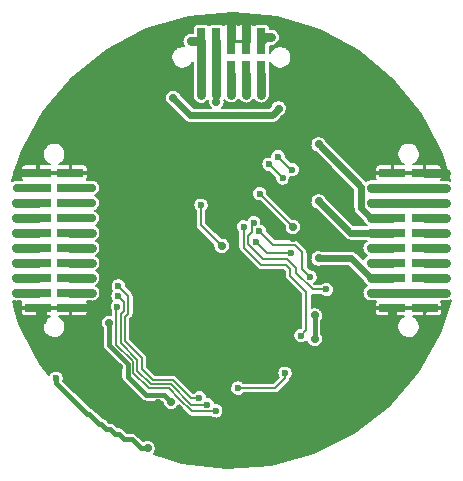
<source format=gbl>
G04 #@! TF.GenerationSoftware,KiCad,Pcbnew,no-vcs-found-d3b382c~59~ubuntu16.04.1*
G04 #@! TF.CreationDate,2017-07-27T00:58:26+01:00*
G04 #@! TF.ProjectId,DCDC-5V,444344432D35562E6B696361645F7063,1*
G04 #@! TF.SameCoordinates,Original
G04 #@! TF.FileFunction,Copper,L2,Bot,Signal*
G04 #@! TF.FilePolarity,Positive*
%FSLAX46Y46*%
G04 Gerber Fmt 4.6, Leading zero omitted, Abs format (unit mm)*
G04 Created by KiCad (PCBNEW no-vcs-found-d3b382c~59~ubuntu16.04.1) date Thu Jul 27 00:58:26 2017*
%MOMM*%
%LPD*%
G01*
G04 APERTURE LIST*
%ADD10C,0.800000*%
%ADD11R,2.220000X0.740000*%
%ADD12R,0.740000X2.220000*%
%ADD13C,0.300000*%
%ADD14C,0.700000*%
%ADD15C,0.600000*%
%ADD16C,0.740000*%
%ADD17C,0.700000*%
%ADD18C,0.400000*%
%ADD19C,0.200000*%
%ADD20C,0.600000*%
%ADD21C,0.160000*%
G04 APERTURE END LIST*
D10*
X101420000Y-109130000D03*
X101420000Y-107860000D03*
X101420000Y-106590000D03*
X101420000Y-105320000D03*
X101420000Y-104050000D03*
X101420000Y-102780000D03*
X100150000Y-109130000D03*
X100150000Y-107860000D03*
X100150000Y-106590000D03*
X100150000Y-105320000D03*
X100150000Y-104050000D03*
X100150000Y-102780000D03*
X98880000Y-109130000D03*
X98880000Y-107860000D03*
X98880000Y-106590000D03*
X98880000Y-105320000D03*
X98880000Y-104050000D03*
X98880000Y-102780000D03*
X97610000Y-109130000D03*
X97610000Y-107860000D03*
X97610000Y-106590000D03*
X97610000Y-105320000D03*
X97610000Y-104050000D03*
X97610000Y-102780000D03*
X96340000Y-109130000D03*
X96340000Y-107860000D03*
X96340000Y-106590000D03*
X96340000Y-105320000D03*
X96340000Y-104050000D03*
X96340000Y-102780000D03*
X95070000Y-109130000D03*
X95070000Y-107860000D03*
X95070000Y-106590000D03*
X95070000Y-105320000D03*
X95070000Y-104050000D03*
X95070000Y-102780000D03*
D11*
X113635000Y-94285000D03*
X116365000Y-94285000D03*
X113635000Y-95555000D03*
X116365000Y-95555000D03*
X113635000Y-96825000D03*
X116365000Y-96825000D03*
X113635000Y-98095000D03*
X116365000Y-98095000D03*
X113635000Y-99365000D03*
X116365000Y-99365000D03*
X113635000Y-100635000D03*
X116365000Y-100635000D03*
X113635000Y-101905000D03*
X116365000Y-101905000D03*
X113635000Y-103175000D03*
X116365000Y-103175000D03*
X113635000Y-104445000D03*
X116365000Y-104445000D03*
X113635000Y-105715000D03*
X116365000Y-105715000D03*
X83635000Y-94285000D03*
X86365000Y-94285000D03*
X83635000Y-95555000D03*
X86365000Y-95555000D03*
X83635000Y-96825000D03*
X86365000Y-96825000D03*
X83635000Y-98095000D03*
X86365000Y-98095000D03*
X83635000Y-99365000D03*
X86365000Y-99365000D03*
X83635000Y-100635000D03*
X86365000Y-100635000D03*
X83635000Y-101905000D03*
X86365000Y-101905000D03*
X83635000Y-103175000D03*
X86365000Y-103175000D03*
X83635000Y-104445000D03*
X86365000Y-104445000D03*
X83635000Y-105715000D03*
X86365000Y-105715000D03*
D12*
X97460000Y-85865000D03*
X97460000Y-83135000D03*
X98730000Y-85865000D03*
X98730000Y-83135000D03*
X100000000Y-85865000D03*
X100000000Y-83135000D03*
X101270000Y-85865000D03*
X101270000Y-83135000D03*
X102540000Y-85865000D03*
X102540000Y-83135000D03*
D13*
X95200000Y-92675000D03*
X95200000Y-91475000D03*
X94000000Y-92675000D03*
X94000000Y-91475000D03*
X89624307Y-111425693D03*
X88424307Y-111425693D03*
X89624307Y-112625693D03*
X88424307Y-112625693D03*
D14*
X112500000Y-108825000D03*
D15*
X92050000Y-108325000D03*
X113750000Y-90225000D03*
D14*
X99350000Y-90750000D03*
D15*
X92475000Y-116550000D03*
D14*
X93775000Y-113800000D03*
X90500000Y-110750000D03*
X104950000Y-104600000D03*
D15*
X93175000Y-93550000D03*
X98525000Y-93200000D03*
D14*
X105200000Y-99750000D03*
X105150000Y-94950000D03*
X105150000Y-90100000D03*
X93275000Y-89675000D03*
X86199307Y-112025693D03*
X87499307Y-110525693D03*
X113900000Y-93300000D03*
X116700000Y-106700000D03*
X84000000Y-106700000D03*
X113640000Y-106660000D03*
X118180000Y-94290000D03*
X86700000Y-93300000D03*
X88180000Y-105720000D03*
X81820000Y-94290000D03*
X100000000Y-81320000D03*
X101270000Y-81320000D03*
X89660010Y-107014990D03*
X94900000Y-113675000D03*
X96575000Y-83150000D03*
X97450000Y-87700000D03*
X88180000Y-95550000D03*
X81800000Y-96850000D03*
X88180000Y-96830000D03*
X81800000Y-98100000D03*
X81800000Y-99350000D03*
X88200000Y-99350000D03*
X81800000Y-100650000D03*
X88200000Y-100650000D03*
X81800000Y-101900000D03*
X81800000Y-103150000D03*
X88200000Y-103150000D03*
X81800000Y-104450000D03*
X88200000Y-104450000D03*
X88180000Y-98100000D03*
X98725000Y-88250000D03*
X98730000Y-87680000D03*
D15*
X104550000Y-111250000D03*
X100550000Y-112500000D03*
D14*
X111820000Y-95550000D03*
X118180000Y-95560000D03*
X111820000Y-96830000D03*
X118180000Y-96830000D03*
X107400000Y-91875000D03*
X111820000Y-98090000D03*
X118180000Y-98090000D03*
X118180000Y-99360000D03*
X118180000Y-100630000D03*
X111820000Y-101900000D03*
X118180000Y-101900000D03*
X107400000Y-101525000D03*
X111820000Y-103180000D03*
X118180000Y-103180000D03*
X111820000Y-104440000D03*
X118180000Y-104440000D03*
X107400000Y-96700000D03*
X111820000Y-99360000D03*
X111820000Y-100640000D03*
X81820000Y-95560000D03*
X92900000Y-117600000D03*
D15*
X85150000Y-111675000D03*
D14*
X107050000Y-108324264D03*
X107050000Y-106350000D03*
X88200000Y-101900000D03*
D15*
X90425000Y-103850000D03*
X97300000Y-113325000D03*
D14*
X101270000Y-87690000D03*
D15*
X90400000Y-104700000D03*
X97950000Y-113900000D03*
D14*
X102540000Y-87690000D03*
D15*
X90350000Y-105600000D03*
X98675000Y-114425000D03*
D14*
X103375000Y-82800000D03*
D15*
X105900000Y-108050000D03*
X101050000Y-98850000D03*
X101900000Y-98500000D03*
X108050000Y-104150000D03*
X102400000Y-96050000D03*
D14*
X105200000Y-98850000D03*
D15*
X103950000Y-92900000D03*
X105150000Y-94000000D03*
X102350000Y-99200000D03*
X106650000Y-103100000D03*
X102050000Y-100100000D03*
X105050000Y-101050000D03*
X103200000Y-93550000D03*
X104350000Y-94700000D03*
X97425000Y-97025000D03*
D14*
X104000000Y-88850000D03*
X95075000Y-87950000D03*
X99175000Y-100450000D03*
X100000000Y-87680000D03*
D16*
X84000000Y-106700000D02*
X84000000Y-106080000D01*
X84000000Y-106080000D02*
X83635000Y-105715000D01*
X113635000Y-105715000D02*
X113635000Y-106655000D01*
X113635000Y-106655000D02*
X113640000Y-106660000D01*
X116370000Y-105720000D02*
X116365000Y-105715000D01*
X116365000Y-94285000D02*
X118175000Y-94285000D01*
X118175000Y-94285000D02*
X118180000Y-94290000D01*
D17*
X88180000Y-105720000D02*
X86370000Y-105720000D01*
D18*
X86370000Y-105720000D02*
X86365000Y-105715000D01*
D17*
X83635000Y-94285000D02*
X81825000Y-94285000D01*
D18*
X81825000Y-94285000D02*
X81820000Y-94290000D01*
X83630000Y-105720000D02*
X83635000Y-105715000D01*
D16*
X100000000Y-83135000D02*
X100000000Y-81320000D01*
X101270000Y-81320000D02*
X101270000Y-83135000D01*
D18*
X94900000Y-113675000D02*
X94314999Y-113089999D01*
X89660010Y-108859208D02*
X89660010Y-107014990D01*
X94314999Y-113089999D02*
X92789999Y-113089999D01*
X92789999Y-113089999D02*
X91225000Y-111525000D01*
X91225000Y-111525000D02*
X91225000Y-110424198D01*
X91225000Y-110424198D02*
X89660010Y-108859208D01*
D16*
X97460000Y-83135000D02*
X96590000Y-83135000D01*
X96590000Y-83135000D02*
X96575000Y-83150000D01*
X97460000Y-85865000D02*
X97460000Y-87690000D01*
X97460000Y-87690000D02*
X97450000Y-87700000D01*
X97460000Y-83135000D02*
X97460000Y-85865000D01*
D17*
X86365000Y-95555000D02*
X88175000Y-95555000D01*
D18*
X88175000Y-95555000D02*
X88180000Y-95550000D01*
D16*
X83635000Y-96825000D02*
X81825000Y-96825000D01*
X81825000Y-96825000D02*
X81800000Y-96850000D01*
D17*
X88180000Y-96830000D02*
X86370000Y-96830000D01*
D18*
X86370000Y-96830000D02*
X86365000Y-96825000D01*
D16*
X81800000Y-98100000D02*
X83630000Y-98100000D01*
X83630000Y-98100000D02*
X83635000Y-98095000D01*
X83635000Y-99365000D02*
X81815000Y-99365000D01*
X81815000Y-99365000D02*
X81800000Y-99350000D01*
X86365000Y-99365000D02*
X88185000Y-99365000D01*
X88185000Y-99365000D02*
X88200000Y-99350000D01*
X83635000Y-100635000D02*
X81815000Y-100635000D01*
X81815000Y-100635000D02*
X81800000Y-100650000D01*
X86365000Y-100635000D02*
X88185000Y-100635000D01*
X88185000Y-100635000D02*
X88200000Y-100650000D01*
X83635000Y-101905000D02*
X81805000Y-101905000D01*
X81805000Y-101905000D02*
X81800000Y-101900000D01*
X83635000Y-103175000D02*
X81825000Y-103175000D01*
X81825000Y-103175000D02*
X81800000Y-103150000D01*
X86365000Y-103175000D02*
X88175000Y-103175000D01*
X88175000Y-103175000D02*
X88200000Y-103150000D01*
X83635000Y-104445000D02*
X81805000Y-104445000D01*
X81805000Y-104445000D02*
X81800000Y-104450000D01*
X86365000Y-104445000D02*
X88195000Y-104445000D01*
X88195000Y-104445000D02*
X88200000Y-104450000D01*
D17*
X86365000Y-98095000D02*
X88175000Y-98095000D01*
D18*
X88175000Y-98095000D02*
X88180000Y-98100000D01*
D16*
X98725000Y-83130000D02*
X98730000Y-83135000D01*
X98730000Y-85865000D02*
X98730000Y-83135000D01*
X98730000Y-87680000D02*
X98730000Y-85865000D01*
D19*
X104550000Y-111250000D02*
X104550000Y-111674264D01*
X104550000Y-111674264D02*
X103724264Y-112500000D01*
X103724264Y-112500000D02*
X102650000Y-112500000D01*
X100550000Y-112500000D02*
X102650000Y-112500000D01*
D16*
X111820000Y-95550000D02*
X113630000Y-95550000D01*
X113630000Y-95550000D02*
X113635000Y-95555000D01*
X116365000Y-95555000D02*
X113635000Y-95555000D01*
X118180000Y-95560000D02*
X116370000Y-95560000D01*
X116370000Y-95560000D02*
X116365000Y-95555000D01*
X113635000Y-96825000D02*
X111825000Y-96825000D01*
X111825000Y-96825000D02*
X111820000Y-96830000D01*
X113635000Y-96825000D02*
X116365000Y-96825000D01*
X116365000Y-96825000D02*
X118175000Y-96825000D01*
X118175000Y-96825000D02*
X118180000Y-96830000D01*
D20*
X107400000Y-91875000D02*
X110989991Y-95464991D01*
X110989991Y-95464991D02*
X110989991Y-97259991D01*
X110989991Y-97259991D02*
X111470001Y-97740001D01*
X111470001Y-97740001D02*
X111820000Y-98090000D01*
D16*
X111820000Y-98090000D02*
X113630000Y-98090000D01*
X118180000Y-98090000D02*
X116370000Y-98090000D01*
X116370000Y-98090000D02*
X116365000Y-98095000D01*
X116365000Y-99365000D02*
X118175000Y-99365000D01*
X118175000Y-99365000D02*
X118180000Y-99360000D01*
X118180000Y-100630000D02*
X116370000Y-100630000D01*
X116370000Y-100630000D02*
X116365000Y-100635000D01*
X111820000Y-101900000D02*
X113630000Y-101900000D01*
X116365000Y-101905000D02*
X118175000Y-101905000D01*
X118175000Y-101905000D02*
X118180000Y-101900000D01*
D20*
X107400000Y-101525000D02*
X110165000Y-101525000D01*
X110165000Y-101525000D02*
X111820000Y-103180000D01*
D16*
X111820000Y-103180000D02*
X113630000Y-103180000D01*
X113630000Y-103180000D02*
X113635000Y-103175000D01*
X118180000Y-103180000D02*
X116370000Y-103180000D01*
X116370000Y-103180000D02*
X116365000Y-103175000D01*
X111820000Y-104440000D02*
X113630000Y-104440000D01*
X113630000Y-104440000D02*
X113635000Y-104445000D01*
X116365000Y-104445000D02*
X113635000Y-104445000D01*
X116365000Y-104445000D02*
X118175000Y-104445000D01*
X118175000Y-104445000D02*
X118180000Y-104440000D01*
D20*
X111820000Y-99360000D02*
X110060000Y-99360000D01*
X110060000Y-99360000D02*
X107400000Y-96700000D01*
D16*
X111820000Y-99360000D02*
X113630000Y-99360000D01*
X111820000Y-100640000D02*
X113630000Y-100640000D01*
X113630000Y-100640000D02*
X113635000Y-100635000D01*
D17*
X81820000Y-95560000D02*
X83630000Y-95560000D01*
D18*
X83630000Y-95560000D02*
X83635000Y-95555000D01*
X91575001Y-116825001D02*
X92350000Y-117600000D01*
X92350000Y-117600000D02*
X92900000Y-117600000D01*
X85150000Y-111675000D02*
X85150000Y-112050000D01*
X89425000Y-115975000D02*
X89750000Y-115975000D01*
X90950001Y-116825001D02*
X91575001Y-116825001D01*
X85150000Y-112050000D02*
X87775000Y-114675000D01*
X88775000Y-115525000D02*
X88975000Y-115525000D01*
X87775000Y-114675000D02*
X87925000Y-114675000D01*
X87925000Y-114675000D02*
X88775000Y-115525000D01*
X89750000Y-115975000D02*
X90125000Y-116350000D01*
X88975000Y-115525000D02*
X89425000Y-115975000D01*
X90125000Y-116350000D02*
X90475000Y-116350000D01*
X90475000Y-116350000D02*
X90950001Y-116825001D01*
X107050000Y-107900000D02*
X107050000Y-108324264D01*
X107050000Y-106350000D02*
X107050000Y-107900000D01*
D16*
X86365000Y-101905000D02*
X88195000Y-101905000D01*
X88195000Y-101905000D02*
X88200000Y-101900000D01*
D19*
X90990031Y-106484969D02*
X91270011Y-106204989D01*
X91270011Y-106204989D02*
X91270011Y-104695011D01*
X91270011Y-104695011D02*
X90425000Y-103850000D01*
X90990031Y-108520415D02*
X90990031Y-106925000D01*
X90990031Y-106925000D02*
X90990031Y-106484969D01*
X97300000Y-113325000D02*
X96543260Y-113325000D01*
X96543260Y-113325000D02*
X95023242Y-111804980D01*
X95023242Y-111804980D02*
X93323240Y-111804980D01*
X93323240Y-111804980D02*
X92405028Y-110886768D01*
X92405028Y-110886768D02*
X92405028Y-109935413D01*
X92405028Y-109935413D02*
X90990031Y-108520415D01*
D16*
X101270000Y-87690000D02*
X101270000Y-85865000D01*
D19*
X90630021Y-106255868D02*
X90910001Y-105975888D01*
X90910001Y-105975888D02*
X90910001Y-105210001D01*
X90910001Y-105210001D02*
X90400000Y-104700000D01*
X97950000Y-113900000D02*
X96609131Y-113900000D01*
X96609131Y-113900000D02*
X94874121Y-112164990D01*
X92045018Y-110084534D02*
X90630021Y-108669535D01*
X90630021Y-108669535D02*
X90630021Y-106255868D01*
X94874121Y-112164990D02*
X93174120Y-112164990D01*
X93174120Y-112164990D02*
X92045018Y-111035888D01*
X92045018Y-111035888D02*
X92045018Y-110084534D01*
D16*
X102540000Y-85865000D02*
X102540000Y-87690000D01*
D19*
X90270011Y-106404989D02*
X90270011Y-105679989D01*
X90270011Y-105679989D02*
X90350000Y-105600000D01*
X95600000Y-113400000D02*
X96660001Y-114460001D01*
X96660001Y-114460001D02*
X98639999Y-114460001D01*
X98639999Y-114460001D02*
X98675000Y-114425000D01*
X95600000Y-113400000D02*
X94725000Y-112525000D01*
X94725000Y-112525000D02*
X93025000Y-112525000D01*
X93025000Y-112525000D02*
X91685010Y-111185010D01*
X90270011Y-108400000D02*
X90270011Y-106404989D01*
X91685010Y-111185010D02*
X91685009Y-110233655D01*
X91685009Y-110233655D02*
X90270011Y-108818656D01*
X90270011Y-108818656D02*
X90270011Y-108400000D01*
D16*
X103375000Y-82800000D02*
X102875000Y-82800000D01*
X102875000Y-82800000D02*
X102540000Y-83135000D01*
D21*
X102540000Y-83875000D02*
X102540000Y-83135000D01*
D19*
X101050000Y-98850000D02*
X101050000Y-100600000D01*
X101050000Y-100600000D02*
X102500000Y-102050000D01*
X105000000Y-103000000D02*
X106350000Y-104350000D01*
X106350000Y-107600000D02*
X105900000Y-108050000D01*
X102500000Y-102050000D02*
X104600000Y-102050000D01*
X104600000Y-102050000D02*
X105000000Y-102450000D01*
X105000000Y-102450000D02*
X105000000Y-103000000D01*
X106350000Y-104350000D02*
X106350000Y-107600000D01*
X104750000Y-101550000D02*
X102850000Y-101550000D01*
X101450000Y-99600000D02*
X101450000Y-100328802D01*
X102850000Y-101550000D02*
X102650000Y-101550000D01*
X101450000Y-100328802D02*
X102671198Y-101550000D01*
X102671198Y-101550000D02*
X102850000Y-101550000D01*
X101750000Y-99300000D02*
X101450000Y-99600000D01*
X101750000Y-98650000D02*
X101750000Y-99300000D01*
X101900000Y-98500000D02*
X101750000Y-98650000D01*
X105500000Y-102300000D02*
X104750000Y-101550000D01*
X105500000Y-102778802D02*
X105500000Y-102300000D01*
X108050000Y-104150000D02*
X106871198Y-104150000D01*
X106871198Y-104150000D02*
X105500000Y-102778802D01*
X102950000Y-96600000D02*
X103050000Y-96700000D01*
X103050000Y-96700000D02*
X105200000Y-98850000D01*
X102400000Y-96050000D02*
X103050000Y-96700000D01*
X105150000Y-94000000D02*
X105050000Y-94000000D01*
X105050000Y-94000000D02*
X103950000Y-92900000D01*
X104100000Y-100360001D02*
X104907199Y-100360001D01*
X102350000Y-99200000D02*
X103510001Y-100360001D01*
X103510001Y-100360001D02*
X104100000Y-100360001D01*
X106000000Y-101000000D02*
X106000000Y-102450000D01*
X106000000Y-102450000D02*
X106650000Y-103100000D01*
X105360001Y-100360001D02*
X106000000Y-101000000D01*
X104907199Y-100360001D02*
X105360001Y-100360001D01*
X103000000Y-101050000D02*
X105050000Y-101050000D01*
X102050000Y-100100000D02*
X103000000Y-101050000D01*
X104350000Y-94700000D02*
X103200000Y-93550000D01*
D20*
X104000000Y-88850000D02*
X103450000Y-89400000D01*
X103450000Y-89400000D02*
X96525000Y-89400000D01*
X96525000Y-89400000D02*
X95675000Y-88550000D01*
X95675000Y-88550000D02*
X95075000Y-87950000D01*
D19*
X97425000Y-97025000D02*
X97425000Y-98700000D01*
X99175000Y-100450000D02*
X97425000Y-98700000D01*
D16*
X100000000Y-85865000D02*
X100000000Y-87680000D01*
D19*
G36*
X103880804Y-81094198D02*
X107479051Y-82208041D01*
X110792423Y-83999575D01*
X113694715Y-86400560D01*
X116075380Y-89319543D01*
X117843738Y-92645342D01*
X118535920Y-94937960D01*
X118463638Y-94898223D01*
X118329696Y-94855734D01*
X118190053Y-94840070D01*
X118180000Y-94840000D01*
X117772328Y-94840000D01*
X117785166Y-94820787D01*
X117811550Y-94757091D01*
X117825000Y-94689472D01*
X117825000Y-94422500D01*
X117737500Y-94335000D01*
X116415000Y-94335000D01*
X116415000Y-94355000D01*
X116315000Y-94355000D01*
X116315000Y-94335000D01*
X113685000Y-94335000D01*
X113685000Y-94355000D01*
X113585000Y-94355000D01*
X113585000Y-94335000D01*
X112262500Y-94335000D01*
X112175000Y-94422500D01*
X112175000Y-94689472D01*
X112188450Y-94757091D01*
X112214834Y-94820787D01*
X112220990Y-94830000D01*
X111820000Y-94830000D01*
X111680151Y-94843712D01*
X111545629Y-94884327D01*
X111421558Y-94950297D01*
X111406674Y-94962436D01*
X110324766Y-93880528D01*
X112175000Y-93880528D01*
X112175000Y-94147500D01*
X112262500Y-94235000D01*
X113585000Y-94235000D01*
X113585000Y-93652500D01*
X113685000Y-93652500D01*
X113685000Y-94235000D01*
X116315000Y-94235000D01*
X116315000Y-93652500D01*
X116415000Y-93652500D01*
X116415000Y-94235000D01*
X117737500Y-94235000D01*
X117825000Y-94147500D01*
X117825000Y-93880528D01*
X117811550Y-93812909D01*
X117785166Y-93749213D01*
X117746863Y-93691888D01*
X117698112Y-93643137D01*
X117640787Y-93604834D01*
X117577091Y-93578450D01*
X117509472Y-93565000D01*
X116502500Y-93565000D01*
X116415000Y-93652500D01*
X116315000Y-93652500D01*
X116227500Y-93565000D01*
X115384154Y-93565000D01*
X115430406Y-93547060D01*
X115587709Y-93447233D01*
X115722625Y-93318753D01*
X115830017Y-93166515D01*
X115905794Y-92996318D01*
X115947070Y-92814643D01*
X115950041Y-92601848D01*
X115913854Y-92419091D01*
X115842859Y-92246844D01*
X115739760Y-92091667D01*
X115608483Y-91959470D01*
X115454029Y-91855290D01*
X115282282Y-91783094D01*
X115099783Y-91745632D01*
X114913482Y-91744332D01*
X114730478Y-91779242D01*
X114557739Y-91849033D01*
X114401846Y-91951046D01*
X114268736Y-92081397D01*
X114163480Y-92235119D01*
X114090087Y-92406359D01*
X114051352Y-92588592D01*
X114048751Y-92774879D01*
X114082382Y-92958123D01*
X114150966Y-93131344D01*
X114251889Y-93287946D01*
X114381307Y-93421962D01*
X114534291Y-93528289D01*
X114618319Y-93565000D01*
X113772500Y-93565000D01*
X113685000Y-93652500D01*
X113585000Y-93652500D01*
X113497500Y-93565000D01*
X112490528Y-93565000D01*
X112422909Y-93578450D01*
X112359213Y-93604834D01*
X112301888Y-93643137D01*
X112253137Y-93691888D01*
X112214834Y-93749213D01*
X112188450Y-93812909D01*
X112175000Y-93880528D01*
X110324766Y-93880528D01*
X108043517Y-91599279D01*
X108021054Y-91544780D01*
X107945086Y-91430439D01*
X107848356Y-91333031D01*
X107734548Y-91256267D01*
X107607997Y-91203070D01*
X107473524Y-91175466D01*
X107336250Y-91174508D01*
X107201405Y-91200231D01*
X107074124Y-91251656D01*
X106959255Y-91326824D01*
X106861174Y-91422872D01*
X106783617Y-91536141D01*
X106729538Y-91662317D01*
X106700997Y-91796594D01*
X106699080Y-91933858D01*
X106723861Y-92068880D01*
X106774396Y-92196517D01*
X106848760Y-92311907D01*
X106944121Y-92410656D01*
X107056846Y-92489002D01*
X107124183Y-92518421D01*
X110339991Y-95734229D01*
X110339991Y-97259991D01*
X110345852Y-97319764D01*
X110351083Y-97379559D01*
X110352036Y-97382841D01*
X110352370Y-97386243D01*
X110369713Y-97443685D01*
X110386475Y-97501380D01*
X110388048Y-97504415D01*
X110389036Y-97507687D01*
X110417235Y-97560722D01*
X110444855Y-97614006D01*
X110446986Y-97616675D01*
X110448592Y-97619696D01*
X110486539Y-97666223D01*
X110523999Y-97713149D01*
X110528689Y-97717904D01*
X110528770Y-97718003D01*
X110528862Y-97718079D01*
X110530372Y-97719610D01*
X111010382Y-98199621D01*
X111010388Y-98199626D01*
X111144900Y-98334138D01*
X111152428Y-98359717D01*
X111217530Y-98484246D01*
X111305580Y-98593758D01*
X111413224Y-98684082D01*
X111460369Y-98710000D01*
X110329238Y-98710000D01*
X108043517Y-96424279D01*
X108021054Y-96369780D01*
X107945086Y-96255439D01*
X107848356Y-96158031D01*
X107734548Y-96081267D01*
X107607997Y-96028070D01*
X107473524Y-96000466D01*
X107336250Y-95999508D01*
X107201405Y-96025231D01*
X107074124Y-96076656D01*
X106959255Y-96151824D01*
X106861174Y-96247872D01*
X106783617Y-96361141D01*
X106729538Y-96487317D01*
X106700997Y-96621594D01*
X106699080Y-96758858D01*
X106723861Y-96893880D01*
X106774396Y-97021517D01*
X106848760Y-97136907D01*
X106944121Y-97235656D01*
X107056846Y-97314002D01*
X107124183Y-97343421D01*
X109600381Y-99819619D01*
X109646768Y-99857722D01*
X109692771Y-99896324D01*
X109695766Y-99897970D01*
X109698407Y-99900140D01*
X109751345Y-99928525D01*
X109803938Y-99957438D01*
X109807194Y-99958471D01*
X109810208Y-99960087D01*
X109867664Y-99977653D01*
X109924857Y-99995796D01*
X109928251Y-99996177D01*
X109931523Y-99997177D01*
X109991271Y-100003246D01*
X110050925Y-100009937D01*
X110057607Y-100009983D01*
X110057731Y-100009996D01*
X110057847Y-100009985D01*
X110060000Y-100010000D01*
X111478538Y-100010000D01*
X111421558Y-100040297D01*
X111312663Y-100129109D01*
X111223093Y-100237381D01*
X111156259Y-100360989D01*
X111114706Y-100495224D01*
X111100018Y-100634973D01*
X111112753Y-100774915D01*
X111152428Y-100909717D01*
X111217530Y-101034246D01*
X111305580Y-101143758D01*
X111413224Y-101234082D01*
X111478549Y-101269994D01*
X111421558Y-101300297D01*
X111312663Y-101389109D01*
X111223093Y-101497381D01*
X111164670Y-101605432D01*
X110624619Y-101065381D01*
X110578254Y-101027296D01*
X110532229Y-100988676D01*
X110529231Y-100987028D01*
X110526592Y-100984860D01*
X110473676Y-100956486D01*
X110421062Y-100927562D01*
X110417806Y-100926529D01*
X110414792Y-100924913D01*
X110357336Y-100907347D01*
X110300143Y-100889204D01*
X110296749Y-100888823D01*
X110293477Y-100887823D01*
X110233729Y-100881754D01*
X110174075Y-100875063D01*
X110167393Y-100875017D01*
X110167269Y-100875004D01*
X110167153Y-100875015D01*
X110165000Y-100875000D01*
X107660167Y-100875000D01*
X107607997Y-100853070D01*
X107473524Y-100825466D01*
X107336250Y-100824508D01*
X107201405Y-100850231D01*
X107074124Y-100901656D01*
X106959255Y-100976824D01*
X106861174Y-101072872D01*
X106783617Y-101186141D01*
X106729538Y-101312317D01*
X106700997Y-101446594D01*
X106699080Y-101583858D01*
X106723861Y-101718880D01*
X106774396Y-101846517D01*
X106848760Y-101961907D01*
X106944121Y-102060656D01*
X107056846Y-102139002D01*
X107182641Y-102193961D01*
X107316716Y-102223439D01*
X107453963Y-102226314D01*
X107589155Y-102202476D01*
X107659992Y-102175000D01*
X109895762Y-102175000D01*
X111144900Y-103424139D01*
X111152428Y-103449717D01*
X111217530Y-103574246D01*
X111305580Y-103683758D01*
X111413224Y-103774082D01*
X111478549Y-103809994D01*
X111421558Y-103840297D01*
X111312663Y-103929109D01*
X111223093Y-104037381D01*
X111156259Y-104160989D01*
X111114706Y-104295224D01*
X111100018Y-104434973D01*
X111112753Y-104574915D01*
X111152428Y-104709717D01*
X111217530Y-104834246D01*
X111305580Y-104943758D01*
X111413224Y-105034082D01*
X111536362Y-105101777D01*
X111670304Y-105144266D01*
X111809947Y-105159930D01*
X111820000Y-105160000D01*
X112227672Y-105160000D01*
X112214834Y-105179213D01*
X112188450Y-105242909D01*
X112175000Y-105310528D01*
X112175000Y-105577500D01*
X112262500Y-105665000D01*
X113585000Y-105665000D01*
X113585000Y-105645000D01*
X113685000Y-105645000D01*
X113685000Y-105665000D01*
X116315000Y-105665000D01*
X116315000Y-105645000D01*
X116415000Y-105645000D01*
X116415000Y-105665000D01*
X117737500Y-105665000D01*
X117825000Y-105577500D01*
X117825000Y-105310528D01*
X117811550Y-105242909D01*
X117785166Y-105179213D01*
X117775669Y-105165000D01*
X118175000Y-105165000D01*
X118241203Y-105158509D01*
X118307445Y-105152713D01*
X118311077Y-105151658D01*
X118314849Y-105151288D01*
X118378586Y-105132044D01*
X118442385Y-105113509D01*
X118445743Y-105111768D01*
X118449371Y-105110673D01*
X118508145Y-105079422D01*
X118562445Y-105051276D01*
X117631427Y-107850017D01*
X115770897Y-111125144D01*
X113309657Y-113976517D01*
X110341457Y-116295529D01*
X106979354Y-117993849D01*
X103351410Y-119006790D01*
X99595811Y-119295767D01*
X95855608Y-118849775D01*
X93430238Y-118061724D01*
X93432460Y-118059608D01*
X93511591Y-117947432D01*
X93567427Y-117822023D01*
X93597841Y-117688158D01*
X93600030Y-117531361D01*
X93573366Y-117396699D01*
X93521054Y-117269780D01*
X93445086Y-117155439D01*
X93348356Y-117058031D01*
X93234548Y-116981267D01*
X93107997Y-116928070D01*
X92973524Y-116900466D01*
X92836250Y-116899508D01*
X92701405Y-116925231D01*
X92574124Y-116976656D01*
X92532024Y-117004206D01*
X91963910Y-116436092D01*
X91924658Y-116403851D01*
X91885733Y-116371189D01*
X91883196Y-116369794D01*
X91880963Y-116367960D01*
X91836184Y-116343949D01*
X91791669Y-116319477D01*
X91788915Y-116318603D01*
X91786363Y-116317235D01*
X91737734Y-116302368D01*
X91689352Y-116287020D01*
X91686480Y-116286698D01*
X91683713Y-116285852D01*
X91633126Y-116280713D01*
X91582680Y-116275055D01*
X91577032Y-116275015D01*
X91576921Y-116275004D01*
X91576818Y-116275014D01*
X91575001Y-116275001D01*
X91177819Y-116275001D01*
X90863909Y-115961091D01*
X90824657Y-115928850D01*
X90785732Y-115896188D01*
X90783195Y-115894793D01*
X90780962Y-115892959D01*
X90736183Y-115868948D01*
X90691668Y-115844476D01*
X90688914Y-115843602D01*
X90686362Y-115842234D01*
X90637733Y-115827367D01*
X90589351Y-115812019D01*
X90586479Y-115811697D01*
X90583712Y-115810851D01*
X90533125Y-115805712D01*
X90482679Y-115800054D01*
X90477031Y-115800014D01*
X90476920Y-115800003D01*
X90476817Y-115800013D01*
X90475000Y-115800000D01*
X90352818Y-115800000D01*
X90138909Y-115586091D01*
X90099657Y-115553850D01*
X90060732Y-115521188D01*
X90058195Y-115519793D01*
X90055962Y-115517959D01*
X90011183Y-115493948D01*
X89966668Y-115469476D01*
X89963914Y-115468602D01*
X89961362Y-115467234D01*
X89912733Y-115452367D01*
X89864351Y-115437019D01*
X89861479Y-115436697D01*
X89858712Y-115435851D01*
X89808125Y-115430712D01*
X89757679Y-115425054D01*
X89752031Y-115425014D01*
X89751920Y-115425003D01*
X89751817Y-115425013D01*
X89750000Y-115425000D01*
X89652818Y-115425000D01*
X89363909Y-115136091D01*
X89324657Y-115103850D01*
X89285732Y-115071188D01*
X89283195Y-115069793D01*
X89280962Y-115067959D01*
X89236183Y-115043948D01*
X89191668Y-115019476D01*
X89188914Y-115018602D01*
X89186362Y-115017234D01*
X89137733Y-115002367D01*
X89089351Y-114987019D01*
X89086479Y-114986697D01*
X89083712Y-114985851D01*
X89033125Y-114980712D01*
X89005422Y-114977605D01*
X88313909Y-114286091D01*
X88274657Y-114253850D01*
X88235732Y-114221188D01*
X88233195Y-114219793D01*
X88230962Y-114217959D01*
X88186183Y-114193948D01*
X88141668Y-114169476D01*
X88138914Y-114168602D01*
X88136362Y-114167234D01*
X88087733Y-114152367D01*
X88039351Y-114137019D01*
X88036479Y-114136697D01*
X88033712Y-114135851D01*
X88011402Y-114133585D01*
X85766436Y-111888618D01*
X85769754Y-111881165D01*
X85797995Y-111756861D01*
X85800028Y-111611264D01*
X85775268Y-111486220D01*
X85726693Y-111368367D01*
X85656151Y-111262193D01*
X85566330Y-111171743D01*
X85460652Y-111100462D01*
X85343140Y-111051065D01*
X85218272Y-111025433D01*
X85090804Y-111024543D01*
X84965590Y-111048429D01*
X84847401Y-111096181D01*
X84740737Y-111165979D01*
X84649662Y-111255166D01*
X84577645Y-111360345D01*
X84548519Y-111428301D01*
X83777065Y-110454968D01*
X82055314Y-107104804D01*
X81696222Y-105852500D01*
X82175000Y-105852500D01*
X82175000Y-106119472D01*
X82188450Y-106187091D01*
X82214834Y-106250787D01*
X82253137Y-106308112D01*
X82301888Y-106356863D01*
X82359213Y-106395166D01*
X82422909Y-106421550D01*
X82490528Y-106435000D01*
X83497500Y-106435000D01*
X83585000Y-106347500D01*
X83585000Y-105765000D01*
X83685000Y-105765000D01*
X83685000Y-106347500D01*
X83772500Y-106435000D01*
X84617223Y-106435000D01*
X84557739Y-106459033D01*
X84401846Y-106561046D01*
X84268736Y-106691397D01*
X84163480Y-106845119D01*
X84090087Y-107016359D01*
X84051352Y-107198592D01*
X84048751Y-107384879D01*
X84082382Y-107568123D01*
X84150966Y-107741344D01*
X84251889Y-107897946D01*
X84381307Y-108031962D01*
X84534291Y-108138289D01*
X84705013Y-108212876D01*
X84886972Y-108252882D01*
X85073236Y-108256784D01*
X85256710Y-108224432D01*
X85430406Y-108157060D01*
X85587709Y-108057233D01*
X85722625Y-107928753D01*
X85830017Y-107776515D01*
X85905794Y-107606318D01*
X85947070Y-107424643D01*
X85950041Y-107211848D01*
X85922717Y-107073848D01*
X88959090Y-107073848D01*
X88983871Y-107208870D01*
X89034406Y-107336507D01*
X89108770Y-107451897D01*
X89110010Y-107453181D01*
X89110010Y-108859208D01*
X89114968Y-108909770D01*
X89119396Y-108960381D01*
X89120203Y-108963158D01*
X89120485Y-108966037D01*
X89135172Y-109014684D01*
X89149343Y-109063460D01*
X89150674Y-109066027D01*
X89151510Y-109068797D01*
X89175378Y-109113687D01*
X89198742Y-109158760D01*
X89200544Y-109161018D01*
X89201903Y-109163573D01*
X89234045Y-109202983D01*
X89265710Y-109242649D01*
X89269678Y-109246674D01*
X89269746Y-109246757D01*
X89269823Y-109246820D01*
X89271101Y-109248117D01*
X90675000Y-110652016D01*
X90675000Y-111525000D01*
X90679958Y-111575562D01*
X90684386Y-111626173D01*
X90685193Y-111628950D01*
X90685475Y-111631829D01*
X90700162Y-111680476D01*
X90714333Y-111729252D01*
X90715664Y-111731819D01*
X90716500Y-111734589D01*
X90740368Y-111779479D01*
X90763732Y-111824552D01*
X90765534Y-111826810D01*
X90766893Y-111829365D01*
X90799035Y-111868775D01*
X90830700Y-111908441D01*
X90834668Y-111912466D01*
X90834736Y-111912549D01*
X90834813Y-111912612D01*
X90836091Y-111913909D01*
X92401090Y-113478908D01*
X92440342Y-113511149D01*
X92479267Y-113543811D01*
X92481804Y-113545206D01*
X92484037Y-113547040D01*
X92528816Y-113571051D01*
X92573331Y-113595523D01*
X92576085Y-113596397D01*
X92578637Y-113597765D01*
X92627266Y-113612632D01*
X92675648Y-113627980D01*
X92678520Y-113628302D01*
X92681287Y-113629148D01*
X92731874Y-113634287D01*
X92782320Y-113639945D01*
X92787968Y-113639985D01*
X92788079Y-113639996D01*
X92788182Y-113639986D01*
X92789999Y-113639999D01*
X94087181Y-113639999D01*
X94203135Y-113755953D01*
X94223861Y-113868880D01*
X94274396Y-113996517D01*
X94348760Y-114111907D01*
X94444121Y-114210656D01*
X94556846Y-114289002D01*
X94682641Y-114343961D01*
X94816716Y-114373439D01*
X94953963Y-114376314D01*
X95089155Y-114352476D01*
X95217141Y-114302833D01*
X95333048Y-114229277D01*
X95432460Y-114134608D01*
X95511591Y-114022432D01*
X95534525Y-113970921D01*
X96341803Y-114778199D01*
X96373906Y-114804569D01*
X96405766Y-114831302D01*
X96407839Y-114832442D01*
X96409668Y-114833944D01*
X96446315Y-114853594D01*
X96482727Y-114873612D01*
X96484981Y-114874327D01*
X96487068Y-114875446D01*
X96526858Y-114887611D01*
X96566441Y-114900167D01*
X96568790Y-114900430D01*
X96571055Y-114901123D01*
X96612425Y-114905325D01*
X96653718Y-114909957D01*
X96658345Y-114909989D01*
X96658430Y-114909998D01*
X96658509Y-114909991D01*
X96660001Y-114910001D01*
X98239715Y-114910001D01*
X98251684Y-114922395D01*
X98356357Y-114995145D01*
X98473167Y-115046178D01*
X98597665Y-115073550D01*
X98725109Y-115076220D01*
X98850644Y-115054085D01*
X98969488Y-115007988D01*
X99077116Y-114939685D01*
X99169428Y-114851778D01*
X99242906Y-114747616D01*
X99294754Y-114631165D01*
X99322995Y-114506861D01*
X99325028Y-114361264D01*
X99300268Y-114236220D01*
X99251693Y-114118367D01*
X99181151Y-114012193D01*
X99091330Y-113921743D01*
X98985652Y-113850462D01*
X98868140Y-113801065D01*
X98743272Y-113775433D01*
X98615804Y-113774543D01*
X98588826Y-113779689D01*
X98575268Y-113711220D01*
X98526693Y-113593367D01*
X98456151Y-113487193D01*
X98366330Y-113396743D01*
X98260652Y-113325462D01*
X98143140Y-113276065D01*
X98018272Y-113250433D01*
X97947786Y-113249941D01*
X97925268Y-113136220D01*
X97876693Y-113018367D01*
X97806151Y-112912193D01*
X97716330Y-112821743D01*
X97610652Y-112750462D01*
X97493140Y-112701065D01*
X97368272Y-112675433D01*
X97240804Y-112674543D01*
X97115590Y-112698429D01*
X96997401Y-112746181D01*
X96890737Y-112815979D01*
X96830467Y-112875000D01*
X96729656Y-112875000D01*
X96409311Y-112554654D01*
X99899146Y-112554654D01*
X99922157Y-112680031D01*
X99969082Y-112798551D01*
X100038135Y-112905700D01*
X100126684Y-112997395D01*
X100231357Y-113070145D01*
X100348167Y-113121178D01*
X100472665Y-113148550D01*
X100600109Y-113151220D01*
X100725644Y-113129085D01*
X100844488Y-113082988D01*
X100952116Y-113014685D01*
X101020042Y-112950000D01*
X103724264Y-112950000D01*
X103765603Y-112945947D01*
X103807042Y-112942321D01*
X103809314Y-112941661D01*
X103811669Y-112941430D01*
X103851468Y-112929414D01*
X103891379Y-112917819D01*
X103893479Y-112916730D01*
X103895746Y-112916046D01*
X103932515Y-112896495D01*
X103969351Y-112877401D01*
X103971195Y-112875929D01*
X103973290Y-112874815D01*
X104005540Y-112848512D01*
X104037988Y-112822610D01*
X104041282Y-112819362D01*
X104041349Y-112819307D01*
X104041400Y-112819245D01*
X104042462Y-112818198D01*
X104868198Y-111992462D01*
X104894586Y-111960337D01*
X104921301Y-111928499D01*
X104922439Y-111926429D01*
X104923943Y-111924598D01*
X104943605Y-111887929D01*
X104963611Y-111851538D01*
X104964326Y-111849284D01*
X104965445Y-111847197D01*
X104977610Y-111807407D01*
X104990166Y-111767824D01*
X104990429Y-111765475D01*
X104991122Y-111763210D01*
X104995133Y-111723721D01*
X105044428Y-111676778D01*
X105117906Y-111572616D01*
X105169754Y-111456165D01*
X105197995Y-111331861D01*
X105200028Y-111186264D01*
X105175268Y-111061220D01*
X105126693Y-110943367D01*
X105056151Y-110837193D01*
X104966330Y-110746743D01*
X104860652Y-110675462D01*
X104743140Y-110626065D01*
X104618272Y-110600433D01*
X104490804Y-110599543D01*
X104365590Y-110623429D01*
X104247401Y-110671181D01*
X104140737Y-110740979D01*
X104049662Y-110830166D01*
X103977645Y-110935345D01*
X103927428Y-111052509D01*
X103900925Y-111177195D01*
X103899146Y-111304654D01*
X103922157Y-111430031D01*
X103969082Y-111548551D01*
X103996607Y-111591261D01*
X103537868Y-112050000D01*
X101019217Y-112050000D01*
X100966330Y-111996743D01*
X100860652Y-111925462D01*
X100743140Y-111876065D01*
X100618272Y-111850433D01*
X100490804Y-111849543D01*
X100365590Y-111873429D01*
X100247401Y-111921181D01*
X100140737Y-111990979D01*
X100049662Y-112080166D01*
X99977645Y-112185345D01*
X99927428Y-112302509D01*
X99900925Y-112427195D01*
X99899146Y-112554654D01*
X96409311Y-112554654D01*
X95341440Y-111486782D01*
X95309315Y-111460394D01*
X95277477Y-111433679D01*
X95275407Y-111432541D01*
X95273576Y-111431037D01*
X95236907Y-111411375D01*
X95200516Y-111391369D01*
X95198262Y-111390654D01*
X95196175Y-111389535D01*
X95156373Y-111377366D01*
X95116802Y-111364814D01*
X95114455Y-111364551D01*
X95112189Y-111363858D01*
X95070813Y-111359655D01*
X95029525Y-111355024D01*
X95024898Y-111354992D01*
X95024813Y-111354983D01*
X95024734Y-111354990D01*
X95023242Y-111354980D01*
X93509636Y-111354980D01*
X92855028Y-110700372D01*
X92855028Y-109935413D01*
X92850974Y-109894070D01*
X92847349Y-109852635D01*
X92846689Y-109850363D01*
X92846458Y-109848008D01*
X92834442Y-109808209D01*
X92822847Y-109768298D01*
X92821758Y-109766198D01*
X92821074Y-109763931D01*
X92801544Y-109727201D01*
X92782430Y-109690326D01*
X92780955Y-109688478D01*
X92779843Y-109686387D01*
X92753562Y-109654164D01*
X92727638Y-109621689D01*
X92724390Y-109618395D01*
X92724335Y-109618328D01*
X92724273Y-109618277D01*
X92723226Y-109617215D01*
X91440031Y-108334019D01*
X91440031Y-106671365D01*
X91588209Y-106523187D01*
X91614579Y-106491084D01*
X91641312Y-106459224D01*
X91642452Y-106457151D01*
X91643954Y-106455322D01*
X91663604Y-106418675D01*
X91683622Y-106382263D01*
X91684337Y-106380009D01*
X91685456Y-106377922D01*
X91697634Y-106338091D01*
X91710177Y-106298549D01*
X91710440Y-106296205D01*
X91711134Y-106293935D01*
X91715341Y-106252515D01*
X91719967Y-106211272D01*
X91719999Y-106206645D01*
X91720008Y-106206560D01*
X91720001Y-106206481D01*
X91720011Y-106204989D01*
X91720011Y-104695011D01*
X91715958Y-104653672D01*
X91712332Y-104612233D01*
X91711672Y-104609961D01*
X91711441Y-104607606D01*
X91699429Y-104567821D01*
X91687830Y-104527895D01*
X91686741Y-104525794D01*
X91686057Y-104523529D01*
X91666516Y-104486778D01*
X91647412Y-104449924D01*
X91645940Y-104448080D01*
X91644826Y-104445985D01*
X91618523Y-104413735D01*
X91592621Y-104381287D01*
X91589373Y-104377993D01*
X91589318Y-104377926D01*
X91589256Y-104377875D01*
X91588209Y-104376813D01*
X91073963Y-103862567D01*
X91075028Y-103786264D01*
X91050268Y-103661220D01*
X91001693Y-103543367D01*
X90931151Y-103437193D01*
X90841330Y-103346743D01*
X90735652Y-103275462D01*
X90618140Y-103226065D01*
X90493272Y-103200433D01*
X90365804Y-103199543D01*
X90240590Y-103223429D01*
X90122401Y-103271181D01*
X90015737Y-103340979D01*
X89924662Y-103430166D01*
X89852645Y-103535345D01*
X89802428Y-103652509D01*
X89775925Y-103777195D01*
X89774146Y-103904654D01*
X89797157Y-104030031D01*
X89844082Y-104148551D01*
X89913135Y-104255700D01*
X89918730Y-104261494D01*
X89899662Y-104280166D01*
X89827645Y-104385345D01*
X89777428Y-104502509D01*
X89750925Y-104627195D01*
X89749146Y-104754654D01*
X89772157Y-104880031D01*
X89819082Y-104998551D01*
X89888135Y-105105700D01*
X89906395Y-105124609D01*
X89849662Y-105180166D01*
X89777645Y-105285345D01*
X89727428Y-105402509D01*
X89700925Y-105527195D01*
X89699146Y-105654654D01*
X89722157Y-105780031D01*
X89769082Y-105898551D01*
X89820011Y-105977577D01*
X89820011Y-106333208D01*
X89733534Y-106315456D01*
X89596260Y-106314498D01*
X89461415Y-106340221D01*
X89334134Y-106391646D01*
X89219265Y-106466814D01*
X89121184Y-106562862D01*
X89043627Y-106676131D01*
X88989548Y-106802307D01*
X88961007Y-106936584D01*
X88959090Y-107073848D01*
X85922717Y-107073848D01*
X85913854Y-107029091D01*
X85842859Y-106856844D01*
X85739760Y-106701667D01*
X85608483Y-106569470D01*
X85454029Y-106465290D01*
X85381972Y-106435000D01*
X86227500Y-106435000D01*
X86315000Y-106347500D01*
X86315000Y-105765000D01*
X86415000Y-105765000D01*
X86415000Y-106347500D01*
X86502500Y-106435000D01*
X87509472Y-106435000D01*
X87577091Y-106421550D01*
X87640787Y-106395166D01*
X87698112Y-106356863D01*
X87746863Y-106308112D01*
X87785166Y-106250787D01*
X87811550Y-106187091D01*
X87825000Y-106119472D01*
X87825000Y-105852500D01*
X87737500Y-105765000D01*
X86415000Y-105765000D01*
X86315000Y-105765000D01*
X83685000Y-105765000D01*
X83585000Y-105765000D01*
X82262500Y-105765000D01*
X82175000Y-105852500D01*
X81696222Y-105852500D01*
X81477700Y-105090423D01*
X81518674Y-105112763D01*
X81652763Y-105154785D01*
X81792461Y-105169961D01*
X81849161Y-105165000D01*
X82224331Y-105165000D01*
X82214834Y-105179213D01*
X82188450Y-105242909D01*
X82175000Y-105310528D01*
X82175000Y-105577500D01*
X82262500Y-105665000D01*
X83585000Y-105665000D01*
X83585000Y-105645000D01*
X83685000Y-105645000D01*
X83685000Y-105665000D01*
X86315000Y-105665000D01*
X86315000Y-105645000D01*
X86415000Y-105645000D01*
X86415000Y-105665000D01*
X87737500Y-105665000D01*
X87825000Y-105577500D01*
X87825000Y-105310528D01*
X87811550Y-105242909D01*
X87785166Y-105179213D01*
X87775669Y-105165000D01*
X88148304Y-105165000D01*
X88197487Y-105169996D01*
X88337382Y-105156772D01*
X88472045Y-105116626D01*
X88596346Y-105051090D01*
X88705549Y-104962659D01*
X88795498Y-104854700D01*
X88862763Y-104731326D01*
X88904785Y-104597237D01*
X88919961Y-104457539D01*
X88907713Y-104317555D01*
X88868509Y-104182615D01*
X88803842Y-104057860D01*
X88716176Y-103948041D01*
X88709117Y-103940883D01*
X88704117Y-103935883D01*
X88652715Y-103893661D01*
X88601776Y-103850918D01*
X88598459Y-103849095D01*
X88595533Y-103846691D01*
X88536917Y-103815262D01*
X88517487Y-103804580D01*
X88567140Y-103778842D01*
X88570097Y-103776482D01*
X88573442Y-103774703D01*
X88624995Y-103732657D01*
X88676959Y-103691176D01*
X88682228Y-103685980D01*
X88682337Y-103685891D01*
X88682421Y-103685790D01*
X88684117Y-103684117D01*
X88709117Y-103659117D01*
X88798309Y-103550533D01*
X88864711Y-103426693D01*
X88905795Y-103292313D01*
X88919996Y-103152513D01*
X88906771Y-103012618D01*
X88866626Y-102877955D01*
X88801090Y-102753654D01*
X88712659Y-102644451D01*
X88604700Y-102554502D01*
X88553211Y-102526429D01*
X88587140Y-102508842D01*
X88590097Y-102506482D01*
X88593442Y-102504703D01*
X88644995Y-102462657D01*
X88696959Y-102421176D01*
X88702228Y-102415980D01*
X88702337Y-102415891D01*
X88702421Y-102415790D01*
X88704117Y-102414117D01*
X88709117Y-102409117D01*
X88798309Y-102300533D01*
X88864711Y-102176692D01*
X88905795Y-102042313D01*
X88919996Y-101902513D01*
X88906772Y-101762618D01*
X88866626Y-101627955D01*
X88801090Y-101503654D01*
X88712659Y-101394451D01*
X88604700Y-101304502D01*
X88550789Y-101275109D01*
X88596346Y-101251090D01*
X88705549Y-101162659D01*
X88795498Y-101054700D01*
X88862763Y-100931326D01*
X88904784Y-100797236D01*
X88919960Y-100657539D01*
X88907713Y-100517555D01*
X88868509Y-100382615D01*
X88803842Y-100257860D01*
X88716176Y-100148041D01*
X88709117Y-100140883D01*
X88694117Y-100125883D01*
X88642715Y-100083661D01*
X88591776Y-100040918D01*
X88588459Y-100039095D01*
X88585533Y-100036691D01*
X88526917Y-100005262D01*
X88517204Y-99999922D01*
X88518145Y-99999422D01*
X88577140Y-99968842D01*
X88580097Y-99966482D01*
X88583442Y-99964703D01*
X88634995Y-99922657D01*
X88686959Y-99881176D01*
X88692228Y-99875980D01*
X88692337Y-99875891D01*
X88692421Y-99875790D01*
X88694117Y-99874117D01*
X88709117Y-99859117D01*
X88798309Y-99750533D01*
X88864711Y-99626692D01*
X88905795Y-99492313D01*
X88919996Y-99352513D01*
X88906771Y-99212618D01*
X88866626Y-99077955D01*
X88801090Y-98953654D01*
X88712659Y-98844451D01*
X88604700Y-98754502D01*
X88524241Y-98710635D01*
X88613048Y-98654277D01*
X88712460Y-98559608D01*
X88791591Y-98447432D01*
X88847427Y-98322023D01*
X88877841Y-98188158D01*
X88880030Y-98031361D01*
X88853366Y-97896699D01*
X88801054Y-97769780D01*
X88725086Y-97655439D01*
X88628356Y-97558031D01*
X88580018Y-97525427D01*
X88570477Y-97517421D01*
X88557889Y-97510500D01*
X88514548Y-97481267D01*
X88477200Y-97465568D01*
X88497141Y-97457833D01*
X88613048Y-97384277D01*
X88712460Y-97289608D01*
X88791591Y-97177432D01*
X88835124Y-97079654D01*
X96774146Y-97079654D01*
X96797157Y-97205031D01*
X96844082Y-97323551D01*
X96913135Y-97430700D01*
X96975000Y-97494763D01*
X96975000Y-98700000D01*
X96979053Y-98741339D01*
X96982679Y-98782778D01*
X96983339Y-98785050D01*
X96983570Y-98787405D01*
X96995586Y-98827204D01*
X97007181Y-98867115D01*
X97008270Y-98869215D01*
X97008954Y-98871482D01*
X97028505Y-98908251D01*
X97047599Y-98945087D01*
X97049071Y-98946931D01*
X97050185Y-98949026D01*
X97076488Y-98981276D01*
X97102390Y-99013724D01*
X97105638Y-99017018D01*
X97105693Y-99017085D01*
X97105755Y-99017136D01*
X97106802Y-99018198D01*
X98475779Y-100387175D01*
X98474080Y-100508858D01*
X98498861Y-100643880D01*
X98549396Y-100771517D01*
X98623760Y-100886907D01*
X98719121Y-100985656D01*
X98831846Y-101064002D01*
X98957641Y-101118961D01*
X99091716Y-101148439D01*
X99228963Y-101151314D01*
X99364155Y-101127476D01*
X99492141Y-101077833D01*
X99608048Y-101004277D01*
X99707460Y-100909608D01*
X99786591Y-100797432D01*
X99842427Y-100672023D01*
X99872841Y-100538158D01*
X99875030Y-100381361D01*
X99848366Y-100246699D01*
X99796054Y-100119780D01*
X99720086Y-100005439D01*
X99623356Y-99908031D01*
X99509548Y-99831267D01*
X99382997Y-99778070D01*
X99248524Y-99750466D01*
X99111250Y-99749508D01*
X99110959Y-99749563D01*
X98266050Y-98904654D01*
X100399146Y-98904654D01*
X100422157Y-99030031D01*
X100469082Y-99148551D01*
X100538135Y-99255700D01*
X100600000Y-99319763D01*
X100600000Y-100600000D01*
X100604053Y-100641339D01*
X100607679Y-100682778D01*
X100608339Y-100685050D01*
X100608570Y-100687405D01*
X100620586Y-100727204D01*
X100632181Y-100767115D01*
X100633270Y-100769215D01*
X100633954Y-100771482D01*
X100653505Y-100808251D01*
X100672599Y-100845087D01*
X100674071Y-100846931D01*
X100675185Y-100849026D01*
X100701488Y-100881276D01*
X100727390Y-100913724D01*
X100730638Y-100917018D01*
X100730693Y-100917085D01*
X100730755Y-100917136D01*
X100731802Y-100918198D01*
X102181802Y-102368198D01*
X102213905Y-102394568D01*
X102245765Y-102421301D01*
X102247838Y-102422441D01*
X102249667Y-102423943D01*
X102286314Y-102443593D01*
X102322726Y-102463611D01*
X102324980Y-102464326D01*
X102327067Y-102465445D01*
X102366857Y-102477610D01*
X102406440Y-102490166D01*
X102408789Y-102490429D01*
X102411054Y-102491122D01*
X102452424Y-102495324D01*
X102493717Y-102499956D01*
X102498344Y-102499988D01*
X102498429Y-102499997D01*
X102498508Y-102499990D01*
X102500000Y-102500000D01*
X104413604Y-102500000D01*
X104550000Y-102636396D01*
X104550000Y-103000000D01*
X104554053Y-103041339D01*
X104557679Y-103082778D01*
X104558339Y-103085050D01*
X104558570Y-103087405D01*
X104570586Y-103127204D01*
X104582181Y-103167115D01*
X104583270Y-103169215D01*
X104583954Y-103171482D01*
X104603505Y-103208251D01*
X104622599Y-103245087D01*
X104624071Y-103246931D01*
X104625185Y-103249026D01*
X104651488Y-103281276D01*
X104677390Y-103313724D01*
X104680638Y-103317018D01*
X104680693Y-103317085D01*
X104680755Y-103317136D01*
X104681802Y-103318198D01*
X105900000Y-104536396D01*
X105900000Y-107399956D01*
X105840804Y-107399543D01*
X105715590Y-107423429D01*
X105597401Y-107471181D01*
X105490737Y-107540979D01*
X105399662Y-107630166D01*
X105327645Y-107735345D01*
X105277428Y-107852509D01*
X105250925Y-107977195D01*
X105249146Y-108104654D01*
X105272157Y-108230031D01*
X105319082Y-108348551D01*
X105388135Y-108455700D01*
X105476684Y-108547395D01*
X105581357Y-108620145D01*
X105698167Y-108671178D01*
X105822665Y-108698550D01*
X105950109Y-108701220D01*
X106075644Y-108679085D01*
X106194488Y-108632988D01*
X106302116Y-108564685D01*
X106370458Y-108499604D01*
X106373861Y-108518144D01*
X106424396Y-108645781D01*
X106498760Y-108761171D01*
X106594121Y-108859920D01*
X106706846Y-108938266D01*
X106832641Y-108993225D01*
X106966716Y-109022703D01*
X107103963Y-109025578D01*
X107239155Y-109001740D01*
X107367141Y-108952097D01*
X107483048Y-108878541D01*
X107582460Y-108783872D01*
X107661591Y-108671696D01*
X107717427Y-108546287D01*
X107747841Y-108412422D01*
X107750030Y-108255625D01*
X107723366Y-108120963D01*
X107671054Y-107994044D01*
X107600000Y-107887099D01*
X107600000Y-106784743D01*
X107661591Y-106697432D01*
X107717427Y-106572023D01*
X107747841Y-106438158D01*
X107750030Y-106281361D01*
X107723366Y-106146699D01*
X107671054Y-106019780D01*
X107595086Y-105905439D01*
X107542516Y-105852500D01*
X112175000Y-105852500D01*
X112175000Y-106119472D01*
X112188450Y-106187091D01*
X112214834Y-106250787D01*
X112253137Y-106308112D01*
X112301888Y-106356863D01*
X112359213Y-106395166D01*
X112422909Y-106421550D01*
X112490528Y-106435000D01*
X113497500Y-106435000D01*
X113585000Y-106347500D01*
X113585000Y-105765000D01*
X113685000Y-105765000D01*
X113685000Y-106347500D01*
X113772500Y-106435000D01*
X114617223Y-106435000D01*
X114557739Y-106459033D01*
X114401846Y-106561046D01*
X114268736Y-106691397D01*
X114163480Y-106845119D01*
X114090087Y-107016359D01*
X114051352Y-107198592D01*
X114048751Y-107384879D01*
X114082382Y-107568123D01*
X114150966Y-107741344D01*
X114251889Y-107897946D01*
X114381307Y-108031962D01*
X114534291Y-108138289D01*
X114705013Y-108212876D01*
X114886972Y-108252882D01*
X115073236Y-108256784D01*
X115256710Y-108224432D01*
X115430406Y-108157060D01*
X115587709Y-108057233D01*
X115722625Y-107928753D01*
X115830017Y-107776515D01*
X115905794Y-107606318D01*
X115947070Y-107424643D01*
X115950041Y-107211848D01*
X115913854Y-107029091D01*
X115842859Y-106856844D01*
X115739760Y-106701667D01*
X115608483Y-106569470D01*
X115454029Y-106465290D01*
X115381972Y-106435000D01*
X116227500Y-106435000D01*
X116315000Y-106347500D01*
X116315000Y-105765000D01*
X116415000Y-105765000D01*
X116415000Y-106347500D01*
X116502500Y-106435000D01*
X117509472Y-106435000D01*
X117577091Y-106421550D01*
X117640787Y-106395166D01*
X117698112Y-106356863D01*
X117746863Y-106308112D01*
X117785166Y-106250787D01*
X117811550Y-106187091D01*
X117825000Y-106119472D01*
X117825000Y-105852500D01*
X117737500Y-105765000D01*
X116415000Y-105765000D01*
X116315000Y-105765000D01*
X113685000Y-105765000D01*
X113585000Y-105765000D01*
X112262500Y-105765000D01*
X112175000Y-105852500D01*
X107542516Y-105852500D01*
X107498356Y-105808031D01*
X107384548Y-105731267D01*
X107257997Y-105678070D01*
X107123524Y-105650466D01*
X106986250Y-105649508D01*
X106851405Y-105675231D01*
X106800000Y-105696000D01*
X106800000Y-104592925D01*
X106823622Y-104595324D01*
X106864915Y-104599956D01*
X106869542Y-104599988D01*
X106869627Y-104599997D01*
X106869706Y-104599990D01*
X106871198Y-104600000D01*
X107580915Y-104600000D01*
X107626684Y-104647395D01*
X107731357Y-104720145D01*
X107848167Y-104771178D01*
X107972665Y-104798550D01*
X108100109Y-104801220D01*
X108225644Y-104779085D01*
X108344488Y-104732988D01*
X108452116Y-104664685D01*
X108544428Y-104576778D01*
X108617906Y-104472616D01*
X108669754Y-104356165D01*
X108697995Y-104231861D01*
X108700028Y-104086264D01*
X108675268Y-103961220D01*
X108626693Y-103843367D01*
X108556151Y-103737193D01*
X108466330Y-103646743D01*
X108360652Y-103575462D01*
X108243140Y-103526065D01*
X108118272Y-103500433D01*
X107990804Y-103499543D01*
X107865590Y-103523429D01*
X107747401Y-103571181D01*
X107640737Y-103640979D01*
X107580467Y-103700000D01*
X107057594Y-103700000D01*
X107003275Y-103645681D01*
X107052116Y-103614685D01*
X107144428Y-103526778D01*
X107217906Y-103422616D01*
X107269754Y-103306165D01*
X107297995Y-103181861D01*
X107300028Y-103036264D01*
X107275268Y-102911220D01*
X107226693Y-102793367D01*
X107156151Y-102687193D01*
X107066330Y-102596743D01*
X106960652Y-102525462D01*
X106843140Y-102476065D01*
X106718272Y-102450433D01*
X106636256Y-102449860D01*
X106450000Y-102263604D01*
X106450000Y-101000000D01*
X106445947Y-100958661D01*
X106442321Y-100917222D01*
X106441661Y-100914950D01*
X106441430Y-100912595D01*
X106429418Y-100872810D01*
X106417819Y-100832884D01*
X106416730Y-100830783D01*
X106416046Y-100828518D01*
X106396516Y-100791788D01*
X106377401Y-100754912D01*
X106375927Y-100753066D01*
X106374815Y-100750974D01*
X106348530Y-100718746D01*
X106322610Y-100686276D01*
X106319362Y-100682982D01*
X106319307Y-100682915D01*
X106319245Y-100682864D01*
X106318198Y-100681802D01*
X105678199Y-100041803D01*
X105646096Y-100015433D01*
X105614236Y-99988700D01*
X105612163Y-99987560D01*
X105610334Y-99986058D01*
X105573687Y-99966408D01*
X105537275Y-99946390D01*
X105535021Y-99945675D01*
X105532934Y-99944556D01*
X105493144Y-99932391D01*
X105453561Y-99919835D01*
X105451212Y-99919572D01*
X105448947Y-99918879D01*
X105407577Y-99914677D01*
X105366284Y-99910045D01*
X105361657Y-99910013D01*
X105361572Y-99910004D01*
X105361493Y-99910011D01*
X105360001Y-99910001D01*
X103696397Y-99910001D01*
X102998963Y-99212567D01*
X103000028Y-99136264D01*
X102975268Y-99011220D01*
X102926693Y-98893367D01*
X102856151Y-98787193D01*
X102766330Y-98696743D01*
X102660652Y-98625462D01*
X102548047Y-98578128D01*
X102550028Y-98436264D01*
X102525268Y-98311220D01*
X102476693Y-98193367D01*
X102406151Y-98087193D01*
X102316330Y-97996743D01*
X102210652Y-97925462D01*
X102093140Y-97876065D01*
X101968272Y-97850433D01*
X101840804Y-97849543D01*
X101715590Y-97873429D01*
X101597401Y-97921181D01*
X101490737Y-97990979D01*
X101399662Y-98080166D01*
X101327645Y-98185345D01*
X101299956Y-98249948D01*
X101243140Y-98226065D01*
X101118272Y-98200433D01*
X100990804Y-98199543D01*
X100865590Y-98223429D01*
X100747401Y-98271181D01*
X100640737Y-98340979D01*
X100549662Y-98430166D01*
X100477645Y-98535345D01*
X100427428Y-98652509D01*
X100400925Y-98777195D01*
X100399146Y-98904654D01*
X98266050Y-98904654D01*
X97875000Y-98513604D01*
X97875000Y-97494086D01*
X97919428Y-97451778D01*
X97992906Y-97347616D01*
X98044754Y-97231165D01*
X98072995Y-97106861D01*
X98075028Y-96961264D01*
X98050268Y-96836220D01*
X98001693Y-96718367D01*
X97931151Y-96612193D01*
X97841330Y-96521743D01*
X97735652Y-96450462D01*
X97618140Y-96401065D01*
X97493272Y-96375433D01*
X97365804Y-96374543D01*
X97240590Y-96398429D01*
X97122401Y-96446181D01*
X97015737Y-96515979D01*
X96924662Y-96605166D01*
X96852645Y-96710345D01*
X96802428Y-96827509D01*
X96775925Y-96952195D01*
X96774146Y-97079654D01*
X88835124Y-97079654D01*
X88847427Y-97052023D01*
X88877841Y-96918158D01*
X88878853Y-96845634D01*
X88879983Y-96834887D01*
X88879134Y-96825556D01*
X88880030Y-96761361D01*
X88853366Y-96626699D01*
X88801054Y-96499780D01*
X88725086Y-96385439D01*
X88628356Y-96288031D01*
X88514548Y-96211267D01*
X88464828Y-96190367D01*
X88497141Y-96177833D01*
X88546732Y-96146362D01*
X88562374Y-96138045D01*
X88571269Y-96130791D01*
X88612453Y-96104654D01*
X101749146Y-96104654D01*
X101772157Y-96230031D01*
X101819082Y-96348551D01*
X101888135Y-96455700D01*
X101976684Y-96547395D01*
X102081357Y-96620145D01*
X102198167Y-96671178D01*
X102322665Y-96698550D01*
X102414069Y-96700465D01*
X104500779Y-98787175D01*
X104499080Y-98908858D01*
X104523861Y-99043880D01*
X104574396Y-99171517D01*
X104648760Y-99286907D01*
X104744121Y-99385656D01*
X104856846Y-99464002D01*
X104982641Y-99518961D01*
X105116716Y-99548439D01*
X105253963Y-99551314D01*
X105389155Y-99527476D01*
X105517141Y-99477833D01*
X105633048Y-99404277D01*
X105732460Y-99309608D01*
X105811591Y-99197432D01*
X105867427Y-99072023D01*
X105897841Y-98938158D01*
X105900030Y-98781361D01*
X105873366Y-98646699D01*
X105821054Y-98519780D01*
X105745086Y-98405439D01*
X105648356Y-98308031D01*
X105534548Y-98231267D01*
X105407997Y-98178070D01*
X105273524Y-98150466D01*
X105136250Y-98149508D01*
X105135959Y-98149563D01*
X103048963Y-96062567D01*
X103050028Y-95986264D01*
X103025268Y-95861220D01*
X102976693Y-95743367D01*
X102906151Y-95637193D01*
X102816330Y-95546743D01*
X102710652Y-95475462D01*
X102593140Y-95426065D01*
X102468272Y-95400433D01*
X102340804Y-95399543D01*
X102215590Y-95423429D01*
X102097401Y-95471181D01*
X101990737Y-95540979D01*
X101899662Y-95630166D01*
X101827645Y-95735345D01*
X101777428Y-95852509D01*
X101750925Y-95977195D01*
X101749146Y-96104654D01*
X88612453Y-96104654D01*
X88613048Y-96104277D01*
X88712460Y-96009608D01*
X88791591Y-95897432D01*
X88847427Y-95772023D01*
X88877841Y-95638158D01*
X88880030Y-95481361D01*
X88853366Y-95346699D01*
X88801054Y-95219780D01*
X88725086Y-95105439D01*
X88628356Y-95008031D01*
X88514548Y-94931267D01*
X88387997Y-94878070D01*
X88253524Y-94850466D01*
X88116250Y-94849508D01*
X88087460Y-94855000D01*
X87762306Y-94855000D01*
X87785166Y-94820787D01*
X87811550Y-94757091D01*
X87825000Y-94689472D01*
X87825000Y-94422500D01*
X87737500Y-94335000D01*
X86415000Y-94335000D01*
X86415000Y-94355000D01*
X86315000Y-94355000D01*
X86315000Y-94335000D01*
X83685000Y-94335000D01*
X83685000Y-94355000D01*
X83585000Y-94355000D01*
X83585000Y-94335000D01*
X82262500Y-94335000D01*
X82175000Y-94422500D01*
X82175000Y-94689472D01*
X82188450Y-94757091D01*
X82214834Y-94820787D01*
X82241035Y-94860000D01*
X81826750Y-94860000D01*
X81756250Y-94859508D01*
X81621405Y-94885231D01*
X81494124Y-94936656D01*
X81444797Y-94968935D01*
X81790060Y-93880528D01*
X82175000Y-93880528D01*
X82175000Y-94147500D01*
X82262500Y-94235000D01*
X83585000Y-94235000D01*
X83585000Y-93652500D01*
X83685000Y-93652500D01*
X83685000Y-94235000D01*
X86315000Y-94235000D01*
X86315000Y-93652500D01*
X86415000Y-93652500D01*
X86415000Y-94235000D01*
X87737500Y-94235000D01*
X87825000Y-94147500D01*
X87825000Y-93880528D01*
X87811550Y-93812909D01*
X87785166Y-93749213D01*
X87746863Y-93691888D01*
X87698112Y-93643137D01*
X87640787Y-93604834D01*
X87640353Y-93604654D01*
X102549146Y-93604654D01*
X102572157Y-93730031D01*
X102619082Y-93848551D01*
X102688135Y-93955700D01*
X102776684Y-94047395D01*
X102881357Y-94120145D01*
X102998167Y-94171178D01*
X103122665Y-94198550D01*
X103214069Y-94200465D01*
X103700097Y-94686493D01*
X103699146Y-94754654D01*
X103722157Y-94880031D01*
X103769082Y-94998551D01*
X103838135Y-95105700D01*
X103926684Y-95197395D01*
X104031357Y-95270145D01*
X104148167Y-95321178D01*
X104272665Y-95348550D01*
X104400109Y-95351220D01*
X104525644Y-95329085D01*
X104644488Y-95282988D01*
X104752116Y-95214685D01*
X104844428Y-95126778D01*
X104917906Y-95022616D01*
X104969754Y-94906165D01*
X104997995Y-94781861D01*
X105000028Y-94636264D01*
X104999265Y-94632412D01*
X105072665Y-94648550D01*
X105200109Y-94651220D01*
X105325644Y-94629085D01*
X105444488Y-94582988D01*
X105552116Y-94514685D01*
X105644428Y-94426778D01*
X105717906Y-94322616D01*
X105769754Y-94206165D01*
X105797995Y-94081861D01*
X105800028Y-93936264D01*
X105775268Y-93811220D01*
X105726693Y-93693367D01*
X105656151Y-93587193D01*
X105566330Y-93496743D01*
X105460652Y-93425462D01*
X105343140Y-93376065D01*
X105218272Y-93350433D01*
X105090804Y-93349543D01*
X105044728Y-93358332D01*
X104598963Y-92912567D01*
X104600028Y-92836264D01*
X104575268Y-92711220D01*
X104526693Y-92593367D01*
X104456151Y-92487193D01*
X104366330Y-92396743D01*
X104260652Y-92325462D01*
X104143140Y-92276065D01*
X104018272Y-92250433D01*
X103890804Y-92249543D01*
X103765590Y-92273429D01*
X103647401Y-92321181D01*
X103540737Y-92390979D01*
X103449662Y-92480166D01*
X103377645Y-92585345D01*
X103327428Y-92702509D01*
X103300925Y-92827195D01*
X103299812Y-92906907D01*
X103268272Y-92900433D01*
X103140804Y-92899543D01*
X103015590Y-92923429D01*
X102897401Y-92971181D01*
X102790737Y-93040979D01*
X102699662Y-93130166D01*
X102627645Y-93235345D01*
X102577428Y-93352509D01*
X102550925Y-93477195D01*
X102549146Y-93604654D01*
X87640353Y-93604654D01*
X87577091Y-93578450D01*
X87509472Y-93565000D01*
X86502500Y-93565000D01*
X86415000Y-93652500D01*
X86315000Y-93652500D01*
X86227500Y-93565000D01*
X85384154Y-93565000D01*
X85430406Y-93547060D01*
X85587709Y-93447233D01*
X85722625Y-93318753D01*
X85830017Y-93166515D01*
X85905794Y-92996318D01*
X85947070Y-92814643D01*
X85950041Y-92601848D01*
X85913854Y-92419091D01*
X85842859Y-92246844D01*
X85739760Y-92091667D01*
X85608483Y-91959470D01*
X85454029Y-91855290D01*
X85282282Y-91783094D01*
X85099783Y-91745632D01*
X84913482Y-91744332D01*
X84730478Y-91779242D01*
X84557739Y-91849033D01*
X84401846Y-91951046D01*
X84268736Y-92081397D01*
X84163480Y-92235119D01*
X84090087Y-92406359D01*
X84051352Y-92588592D01*
X84048751Y-92774879D01*
X84082382Y-92958123D01*
X84150966Y-93131344D01*
X84251889Y-93287946D01*
X84381307Y-93421962D01*
X84534291Y-93528289D01*
X84618319Y-93565000D01*
X83772500Y-93565000D01*
X83685000Y-93652500D01*
X83585000Y-93652500D01*
X83497500Y-93565000D01*
X82490528Y-93565000D01*
X82422909Y-93578450D01*
X82359213Y-93604834D01*
X82301888Y-93643137D01*
X82253137Y-93691888D01*
X82214834Y-93749213D01*
X82188450Y-93812909D01*
X82175000Y-93880528D01*
X81790060Y-93880528D01*
X82260688Y-92396921D01*
X84075309Y-89096137D01*
X84987644Y-88008858D01*
X94374080Y-88008858D01*
X94398861Y-88143880D01*
X94449396Y-88271517D01*
X94523760Y-88386907D01*
X94619121Y-88485656D01*
X94731846Y-88564002D01*
X94799183Y-88593421D01*
X95215380Y-89009619D01*
X95215386Y-89009624D01*
X96065381Y-89859620D01*
X96111776Y-89897729D01*
X96157771Y-89936324D01*
X96160768Y-89937972D01*
X96163408Y-89940140D01*
X96216324Y-89968514D01*
X96268938Y-89997438D01*
X96272194Y-89998471D01*
X96275208Y-90000087D01*
X96332664Y-90017653D01*
X96389857Y-90035796D01*
X96393251Y-90036177D01*
X96396523Y-90037177D01*
X96456271Y-90043246D01*
X96515925Y-90049937D01*
X96522607Y-90049983D01*
X96522731Y-90049996D01*
X96522847Y-90049985D01*
X96525000Y-90050000D01*
X103450000Y-90050000D01*
X103509778Y-90044139D01*
X103569568Y-90038908D01*
X103572850Y-90037955D01*
X103576252Y-90037621D01*
X103633735Y-90020266D01*
X103691389Y-90003516D01*
X103694424Y-90001943D01*
X103697696Y-90000955D01*
X103750731Y-89972756D01*
X103804015Y-89945136D01*
X103806684Y-89943005D01*
X103809705Y-89941399D01*
X103856232Y-89903452D01*
X103903158Y-89865992D01*
X103907913Y-89861302D01*
X103908012Y-89861221D01*
X103908088Y-89861129D01*
X103909619Y-89859619D01*
X104275098Y-89494141D01*
X104317141Y-89477833D01*
X104433048Y-89404277D01*
X104532460Y-89309608D01*
X104611591Y-89197432D01*
X104667427Y-89072023D01*
X104697841Y-88938158D01*
X104700030Y-88781361D01*
X104673366Y-88646699D01*
X104621054Y-88519780D01*
X104545086Y-88405439D01*
X104448356Y-88308031D01*
X104334548Y-88231267D01*
X104207997Y-88178070D01*
X104073524Y-88150466D01*
X103936250Y-88149508D01*
X103801405Y-88175231D01*
X103674124Y-88226656D01*
X103559255Y-88301824D01*
X103461174Y-88397872D01*
X103383617Y-88511141D01*
X103356611Y-88574150D01*
X103180762Y-88750000D01*
X99215044Y-88750000D01*
X99257460Y-88709608D01*
X99336591Y-88597432D01*
X99392427Y-88472023D01*
X99422841Y-88338158D01*
X99425030Y-88181361D01*
X99406047Y-88085493D01*
X99489109Y-88187337D01*
X99597381Y-88276907D01*
X99720989Y-88343741D01*
X99855224Y-88385294D01*
X99994973Y-88399982D01*
X100134915Y-88387247D01*
X100269717Y-88347572D01*
X100394246Y-88282470D01*
X100503758Y-88194420D01*
X100594082Y-88086776D01*
X100632375Y-88017121D01*
X100670297Y-88088442D01*
X100759109Y-88197337D01*
X100867381Y-88286907D01*
X100990989Y-88353741D01*
X101125224Y-88395294D01*
X101264973Y-88409982D01*
X101404915Y-88397247D01*
X101539717Y-88357572D01*
X101664246Y-88292470D01*
X101773758Y-88204420D01*
X101864082Y-88096776D01*
X101905078Y-88022204D01*
X101940297Y-88088442D01*
X102029109Y-88197337D01*
X102137381Y-88286907D01*
X102260989Y-88353741D01*
X102395224Y-88395294D01*
X102534973Y-88409982D01*
X102674915Y-88397247D01*
X102809717Y-88357572D01*
X102934246Y-88292470D01*
X103043758Y-88204420D01*
X103134082Y-88096776D01*
X103201777Y-87973638D01*
X103244266Y-87839696D01*
X103259930Y-87700053D01*
X103260000Y-87690000D01*
X103260000Y-86992189D01*
X103261693Y-86975000D01*
X103261693Y-84887667D01*
X103280966Y-84936344D01*
X103381889Y-85092946D01*
X103511307Y-85226962D01*
X103664291Y-85333289D01*
X103835013Y-85407876D01*
X104016972Y-85447882D01*
X104203236Y-85451784D01*
X104386710Y-85419432D01*
X104560406Y-85352060D01*
X104717709Y-85252233D01*
X104852625Y-85123753D01*
X104960017Y-84971515D01*
X105035794Y-84801318D01*
X105077070Y-84619643D01*
X105080041Y-84406848D01*
X105043854Y-84224091D01*
X104972859Y-84051844D01*
X104869760Y-83896667D01*
X104738483Y-83764470D01*
X104584029Y-83660290D01*
X104412282Y-83588094D01*
X104229783Y-83550632D01*
X104043482Y-83549332D01*
X103860478Y-83584242D01*
X103687739Y-83654033D01*
X103531846Y-83756046D01*
X103398736Y-83886397D01*
X103293480Y-84040119D01*
X103261693Y-84114284D01*
X103261693Y-83520000D01*
X103375000Y-83520000D01*
X103514849Y-83506288D01*
X103649371Y-83465673D01*
X103773442Y-83399703D01*
X103882337Y-83310891D01*
X103971907Y-83202619D01*
X104038741Y-83079011D01*
X104080294Y-82944776D01*
X104094982Y-82805027D01*
X104082247Y-82665085D01*
X104042572Y-82530283D01*
X103977470Y-82405754D01*
X103889420Y-82296242D01*
X103781776Y-82205918D01*
X103658638Y-82138223D01*
X103524696Y-82095734D01*
X103385053Y-82080070D01*
X103375000Y-82080000D01*
X103261693Y-82080000D01*
X103261693Y-82025000D01*
X103254935Y-81956388D01*
X103234922Y-81890413D01*
X103202422Y-81829610D01*
X103158685Y-81776315D01*
X103105390Y-81732578D01*
X103044587Y-81700078D01*
X102978612Y-81680065D01*
X102910000Y-81673307D01*
X102170000Y-81673307D01*
X102101388Y-81680065D01*
X102035413Y-81700078D01*
X101974610Y-81732578D01*
X101921315Y-81776315D01*
X101905528Y-81795553D01*
X101863112Y-81753137D01*
X101805787Y-81714834D01*
X101742091Y-81688450D01*
X101674472Y-81675000D01*
X101407500Y-81675000D01*
X101320000Y-81762500D01*
X101320000Y-83085000D01*
X101340000Y-83085000D01*
X101340000Y-83185000D01*
X101320000Y-83185000D01*
X101320000Y-83205000D01*
X101220000Y-83205000D01*
X101220000Y-83185000D01*
X100637500Y-83185000D01*
X100635000Y-83187500D01*
X100632500Y-83185000D01*
X100050000Y-83185000D01*
X100050000Y-83205000D01*
X99950000Y-83205000D01*
X99950000Y-83185000D01*
X99930000Y-83185000D01*
X99930000Y-83085000D01*
X99950000Y-83085000D01*
X99950000Y-81762500D01*
X100050000Y-81762500D01*
X100050000Y-83085000D01*
X100632500Y-83085000D01*
X100635000Y-83082500D01*
X100637500Y-83085000D01*
X101220000Y-83085000D01*
X101220000Y-81762500D01*
X101132500Y-81675000D01*
X100865528Y-81675000D01*
X100797909Y-81688450D01*
X100734213Y-81714834D01*
X100676888Y-81753137D01*
X100635000Y-81795025D01*
X100593112Y-81753137D01*
X100535787Y-81714834D01*
X100472091Y-81688450D01*
X100404472Y-81675000D01*
X100137500Y-81675000D01*
X100050000Y-81762500D01*
X99950000Y-81762500D01*
X99862500Y-81675000D01*
X99595528Y-81675000D01*
X99527909Y-81688450D01*
X99464213Y-81714834D01*
X99406888Y-81753137D01*
X99364472Y-81795553D01*
X99348685Y-81776315D01*
X99295390Y-81732578D01*
X99234587Y-81700078D01*
X99168612Y-81680065D01*
X99100000Y-81673307D01*
X98360000Y-81673307D01*
X98291388Y-81680065D01*
X98225413Y-81700078D01*
X98164610Y-81732578D01*
X98111315Y-81776315D01*
X98095000Y-81796195D01*
X98078685Y-81776315D01*
X98025390Y-81732578D01*
X97964587Y-81700078D01*
X97898612Y-81680065D01*
X97830000Y-81673307D01*
X97090000Y-81673307D01*
X97021388Y-81680065D01*
X96955413Y-81700078D01*
X96894610Y-81732578D01*
X96841315Y-81776315D01*
X96797578Y-81829610D01*
X96765078Y-81890413D01*
X96745065Y-81956388D01*
X96738307Y-82025000D01*
X96738307Y-82415000D01*
X96590000Y-82415000D01*
X96523752Y-82421495D01*
X96457555Y-82427287D01*
X96453923Y-82428342D01*
X96450151Y-82428712D01*
X96386414Y-82447956D01*
X96322615Y-82466491D01*
X96319257Y-82468232D01*
X96315629Y-82469327D01*
X96256855Y-82500578D01*
X96197860Y-82531158D01*
X96194903Y-82533518D01*
X96191558Y-82535297D01*
X96140005Y-82577343D01*
X96088041Y-82618824D01*
X96082772Y-82624020D01*
X96082663Y-82624109D01*
X96082579Y-82624210D01*
X96080883Y-82625883D01*
X96065883Y-82640883D01*
X95976691Y-82749467D01*
X95910289Y-82873308D01*
X95869205Y-83007687D01*
X95855004Y-83147487D01*
X95868228Y-83287382D01*
X95908374Y-83422045D01*
X95973910Y-83546346D01*
X95978895Y-83552503D01*
X95969783Y-83550632D01*
X95783482Y-83549332D01*
X95600478Y-83584242D01*
X95427739Y-83654033D01*
X95271846Y-83756046D01*
X95138736Y-83886397D01*
X95033480Y-84040119D01*
X94960087Y-84211359D01*
X94921352Y-84393592D01*
X94918751Y-84579879D01*
X94952382Y-84763123D01*
X95020966Y-84936344D01*
X95121889Y-85092946D01*
X95251307Y-85226962D01*
X95404291Y-85333289D01*
X95575013Y-85407876D01*
X95756972Y-85447882D01*
X95943236Y-85451784D01*
X96126710Y-85419432D01*
X96300406Y-85352060D01*
X96457709Y-85252233D01*
X96592625Y-85123753D01*
X96700017Y-84971515D01*
X96738307Y-84885515D01*
X96738307Y-86975000D01*
X96740000Y-86992189D01*
X96740000Y-87599083D01*
X96730004Y-87697487D01*
X96743228Y-87837382D01*
X96783374Y-87972045D01*
X96848910Y-88096346D01*
X96937341Y-88205550D01*
X97045300Y-88295498D01*
X97168674Y-88362763D01*
X97302763Y-88404785D01*
X97442461Y-88419961D01*
X97582445Y-88407713D01*
X97717385Y-88368509D01*
X97842140Y-88303842D01*
X97951959Y-88216176D01*
X97959117Y-88209117D01*
X97969117Y-88199117D01*
X98011339Y-88147715D01*
X98037767Y-88116219D01*
X98025997Y-88171594D01*
X98024080Y-88308858D01*
X98048861Y-88443880D01*
X98099396Y-88571517D01*
X98173760Y-88686907D01*
X98234688Y-88750000D01*
X96794239Y-88750000D01*
X96134691Y-88090453D01*
X96134619Y-88090380D01*
X95718516Y-87674278D01*
X95696054Y-87619780D01*
X95620086Y-87505439D01*
X95523356Y-87408031D01*
X95409548Y-87331267D01*
X95282997Y-87278070D01*
X95148524Y-87250466D01*
X95011250Y-87249508D01*
X94876405Y-87275231D01*
X94749124Y-87326656D01*
X94634255Y-87401824D01*
X94536174Y-87497872D01*
X94458617Y-87611141D01*
X94404538Y-87737317D01*
X94375997Y-87871594D01*
X94374080Y-88008858D01*
X84987644Y-88008858D01*
X86496498Y-86210677D01*
X89432030Y-83850449D01*
X92770093Y-82105352D01*
X96383541Y-81041856D01*
X100134738Y-80700470D01*
X103880804Y-81094198D01*
X103880804Y-81094198D01*
G37*
X103880804Y-81094198D02*
X107479051Y-82208041D01*
X110792423Y-83999575D01*
X113694715Y-86400560D01*
X116075380Y-89319543D01*
X117843738Y-92645342D01*
X118535920Y-94937960D01*
X118463638Y-94898223D01*
X118329696Y-94855734D01*
X118190053Y-94840070D01*
X118180000Y-94840000D01*
X117772328Y-94840000D01*
X117785166Y-94820787D01*
X117811550Y-94757091D01*
X117825000Y-94689472D01*
X117825000Y-94422500D01*
X117737500Y-94335000D01*
X116415000Y-94335000D01*
X116415000Y-94355000D01*
X116315000Y-94355000D01*
X116315000Y-94335000D01*
X113685000Y-94335000D01*
X113685000Y-94355000D01*
X113585000Y-94355000D01*
X113585000Y-94335000D01*
X112262500Y-94335000D01*
X112175000Y-94422500D01*
X112175000Y-94689472D01*
X112188450Y-94757091D01*
X112214834Y-94820787D01*
X112220990Y-94830000D01*
X111820000Y-94830000D01*
X111680151Y-94843712D01*
X111545629Y-94884327D01*
X111421558Y-94950297D01*
X111406674Y-94962436D01*
X110324766Y-93880528D01*
X112175000Y-93880528D01*
X112175000Y-94147500D01*
X112262500Y-94235000D01*
X113585000Y-94235000D01*
X113585000Y-93652500D01*
X113685000Y-93652500D01*
X113685000Y-94235000D01*
X116315000Y-94235000D01*
X116315000Y-93652500D01*
X116415000Y-93652500D01*
X116415000Y-94235000D01*
X117737500Y-94235000D01*
X117825000Y-94147500D01*
X117825000Y-93880528D01*
X117811550Y-93812909D01*
X117785166Y-93749213D01*
X117746863Y-93691888D01*
X117698112Y-93643137D01*
X117640787Y-93604834D01*
X117577091Y-93578450D01*
X117509472Y-93565000D01*
X116502500Y-93565000D01*
X116415000Y-93652500D01*
X116315000Y-93652500D01*
X116227500Y-93565000D01*
X115384154Y-93565000D01*
X115430406Y-93547060D01*
X115587709Y-93447233D01*
X115722625Y-93318753D01*
X115830017Y-93166515D01*
X115905794Y-92996318D01*
X115947070Y-92814643D01*
X115950041Y-92601848D01*
X115913854Y-92419091D01*
X115842859Y-92246844D01*
X115739760Y-92091667D01*
X115608483Y-91959470D01*
X115454029Y-91855290D01*
X115282282Y-91783094D01*
X115099783Y-91745632D01*
X114913482Y-91744332D01*
X114730478Y-91779242D01*
X114557739Y-91849033D01*
X114401846Y-91951046D01*
X114268736Y-92081397D01*
X114163480Y-92235119D01*
X114090087Y-92406359D01*
X114051352Y-92588592D01*
X114048751Y-92774879D01*
X114082382Y-92958123D01*
X114150966Y-93131344D01*
X114251889Y-93287946D01*
X114381307Y-93421962D01*
X114534291Y-93528289D01*
X114618319Y-93565000D01*
X113772500Y-93565000D01*
X113685000Y-93652500D01*
X113585000Y-93652500D01*
X113497500Y-93565000D01*
X112490528Y-93565000D01*
X112422909Y-93578450D01*
X112359213Y-93604834D01*
X112301888Y-93643137D01*
X112253137Y-93691888D01*
X112214834Y-93749213D01*
X112188450Y-93812909D01*
X112175000Y-93880528D01*
X110324766Y-93880528D01*
X108043517Y-91599279D01*
X108021054Y-91544780D01*
X107945086Y-91430439D01*
X107848356Y-91333031D01*
X107734548Y-91256267D01*
X107607997Y-91203070D01*
X107473524Y-91175466D01*
X107336250Y-91174508D01*
X107201405Y-91200231D01*
X107074124Y-91251656D01*
X106959255Y-91326824D01*
X106861174Y-91422872D01*
X106783617Y-91536141D01*
X106729538Y-91662317D01*
X106700997Y-91796594D01*
X106699080Y-91933858D01*
X106723861Y-92068880D01*
X106774396Y-92196517D01*
X106848760Y-92311907D01*
X106944121Y-92410656D01*
X107056846Y-92489002D01*
X107124183Y-92518421D01*
X110339991Y-95734229D01*
X110339991Y-97259991D01*
X110345852Y-97319764D01*
X110351083Y-97379559D01*
X110352036Y-97382841D01*
X110352370Y-97386243D01*
X110369713Y-97443685D01*
X110386475Y-97501380D01*
X110388048Y-97504415D01*
X110389036Y-97507687D01*
X110417235Y-97560722D01*
X110444855Y-97614006D01*
X110446986Y-97616675D01*
X110448592Y-97619696D01*
X110486539Y-97666223D01*
X110523999Y-97713149D01*
X110528689Y-97717904D01*
X110528770Y-97718003D01*
X110528862Y-97718079D01*
X110530372Y-97719610D01*
X111010382Y-98199621D01*
X111010388Y-98199626D01*
X111144900Y-98334138D01*
X111152428Y-98359717D01*
X111217530Y-98484246D01*
X111305580Y-98593758D01*
X111413224Y-98684082D01*
X111460369Y-98710000D01*
X110329238Y-98710000D01*
X108043517Y-96424279D01*
X108021054Y-96369780D01*
X107945086Y-96255439D01*
X107848356Y-96158031D01*
X107734548Y-96081267D01*
X107607997Y-96028070D01*
X107473524Y-96000466D01*
X107336250Y-95999508D01*
X107201405Y-96025231D01*
X107074124Y-96076656D01*
X106959255Y-96151824D01*
X106861174Y-96247872D01*
X106783617Y-96361141D01*
X106729538Y-96487317D01*
X106700997Y-96621594D01*
X106699080Y-96758858D01*
X106723861Y-96893880D01*
X106774396Y-97021517D01*
X106848760Y-97136907D01*
X106944121Y-97235656D01*
X107056846Y-97314002D01*
X107124183Y-97343421D01*
X109600381Y-99819619D01*
X109646768Y-99857722D01*
X109692771Y-99896324D01*
X109695766Y-99897970D01*
X109698407Y-99900140D01*
X109751345Y-99928525D01*
X109803938Y-99957438D01*
X109807194Y-99958471D01*
X109810208Y-99960087D01*
X109867664Y-99977653D01*
X109924857Y-99995796D01*
X109928251Y-99996177D01*
X109931523Y-99997177D01*
X109991271Y-100003246D01*
X110050925Y-100009937D01*
X110057607Y-100009983D01*
X110057731Y-100009996D01*
X110057847Y-100009985D01*
X110060000Y-100010000D01*
X111478538Y-100010000D01*
X111421558Y-100040297D01*
X111312663Y-100129109D01*
X111223093Y-100237381D01*
X111156259Y-100360989D01*
X111114706Y-100495224D01*
X111100018Y-100634973D01*
X111112753Y-100774915D01*
X111152428Y-100909717D01*
X111217530Y-101034246D01*
X111305580Y-101143758D01*
X111413224Y-101234082D01*
X111478549Y-101269994D01*
X111421558Y-101300297D01*
X111312663Y-101389109D01*
X111223093Y-101497381D01*
X111164670Y-101605432D01*
X110624619Y-101065381D01*
X110578254Y-101027296D01*
X110532229Y-100988676D01*
X110529231Y-100987028D01*
X110526592Y-100984860D01*
X110473676Y-100956486D01*
X110421062Y-100927562D01*
X110417806Y-100926529D01*
X110414792Y-100924913D01*
X110357336Y-100907347D01*
X110300143Y-100889204D01*
X110296749Y-100888823D01*
X110293477Y-100887823D01*
X110233729Y-100881754D01*
X110174075Y-100875063D01*
X110167393Y-100875017D01*
X110167269Y-100875004D01*
X110167153Y-100875015D01*
X110165000Y-100875000D01*
X107660167Y-100875000D01*
X107607997Y-100853070D01*
X107473524Y-100825466D01*
X107336250Y-100824508D01*
X107201405Y-100850231D01*
X107074124Y-100901656D01*
X106959255Y-100976824D01*
X106861174Y-101072872D01*
X106783617Y-101186141D01*
X106729538Y-101312317D01*
X106700997Y-101446594D01*
X106699080Y-101583858D01*
X106723861Y-101718880D01*
X106774396Y-101846517D01*
X106848760Y-101961907D01*
X106944121Y-102060656D01*
X107056846Y-102139002D01*
X107182641Y-102193961D01*
X107316716Y-102223439D01*
X107453963Y-102226314D01*
X107589155Y-102202476D01*
X107659992Y-102175000D01*
X109895762Y-102175000D01*
X111144900Y-103424139D01*
X111152428Y-103449717D01*
X111217530Y-103574246D01*
X111305580Y-103683758D01*
X111413224Y-103774082D01*
X111478549Y-103809994D01*
X111421558Y-103840297D01*
X111312663Y-103929109D01*
X111223093Y-104037381D01*
X111156259Y-104160989D01*
X111114706Y-104295224D01*
X111100018Y-104434973D01*
X111112753Y-104574915D01*
X111152428Y-104709717D01*
X111217530Y-104834246D01*
X111305580Y-104943758D01*
X111413224Y-105034082D01*
X111536362Y-105101777D01*
X111670304Y-105144266D01*
X111809947Y-105159930D01*
X111820000Y-105160000D01*
X112227672Y-105160000D01*
X112214834Y-105179213D01*
X112188450Y-105242909D01*
X112175000Y-105310528D01*
X112175000Y-105577500D01*
X112262500Y-105665000D01*
X113585000Y-105665000D01*
X113585000Y-105645000D01*
X113685000Y-105645000D01*
X113685000Y-105665000D01*
X116315000Y-105665000D01*
X116315000Y-105645000D01*
X116415000Y-105645000D01*
X116415000Y-105665000D01*
X117737500Y-105665000D01*
X117825000Y-105577500D01*
X117825000Y-105310528D01*
X117811550Y-105242909D01*
X117785166Y-105179213D01*
X117775669Y-105165000D01*
X118175000Y-105165000D01*
X118241203Y-105158509D01*
X118307445Y-105152713D01*
X118311077Y-105151658D01*
X118314849Y-105151288D01*
X118378586Y-105132044D01*
X118442385Y-105113509D01*
X118445743Y-105111768D01*
X118449371Y-105110673D01*
X118508145Y-105079422D01*
X118562445Y-105051276D01*
X117631427Y-107850017D01*
X115770897Y-111125144D01*
X113309657Y-113976517D01*
X110341457Y-116295529D01*
X106979354Y-117993849D01*
X103351410Y-119006790D01*
X99595811Y-119295767D01*
X95855608Y-118849775D01*
X93430238Y-118061724D01*
X93432460Y-118059608D01*
X93511591Y-117947432D01*
X93567427Y-117822023D01*
X93597841Y-117688158D01*
X93600030Y-117531361D01*
X93573366Y-117396699D01*
X93521054Y-117269780D01*
X93445086Y-117155439D01*
X93348356Y-117058031D01*
X93234548Y-116981267D01*
X93107997Y-116928070D01*
X92973524Y-116900466D01*
X92836250Y-116899508D01*
X92701405Y-116925231D01*
X92574124Y-116976656D01*
X92532024Y-117004206D01*
X91963910Y-116436092D01*
X91924658Y-116403851D01*
X91885733Y-116371189D01*
X91883196Y-116369794D01*
X91880963Y-116367960D01*
X91836184Y-116343949D01*
X91791669Y-116319477D01*
X91788915Y-116318603D01*
X91786363Y-116317235D01*
X91737734Y-116302368D01*
X91689352Y-116287020D01*
X91686480Y-116286698D01*
X91683713Y-116285852D01*
X91633126Y-116280713D01*
X91582680Y-116275055D01*
X91577032Y-116275015D01*
X91576921Y-116275004D01*
X91576818Y-116275014D01*
X91575001Y-116275001D01*
X91177819Y-116275001D01*
X90863909Y-115961091D01*
X90824657Y-115928850D01*
X90785732Y-115896188D01*
X90783195Y-115894793D01*
X90780962Y-115892959D01*
X90736183Y-115868948D01*
X90691668Y-115844476D01*
X90688914Y-115843602D01*
X90686362Y-115842234D01*
X90637733Y-115827367D01*
X90589351Y-115812019D01*
X90586479Y-115811697D01*
X90583712Y-115810851D01*
X90533125Y-115805712D01*
X90482679Y-115800054D01*
X90477031Y-115800014D01*
X90476920Y-115800003D01*
X90476817Y-115800013D01*
X90475000Y-115800000D01*
X90352818Y-115800000D01*
X90138909Y-115586091D01*
X90099657Y-115553850D01*
X90060732Y-115521188D01*
X90058195Y-115519793D01*
X90055962Y-115517959D01*
X90011183Y-115493948D01*
X89966668Y-115469476D01*
X89963914Y-115468602D01*
X89961362Y-115467234D01*
X89912733Y-115452367D01*
X89864351Y-115437019D01*
X89861479Y-115436697D01*
X89858712Y-115435851D01*
X89808125Y-115430712D01*
X89757679Y-115425054D01*
X89752031Y-115425014D01*
X89751920Y-115425003D01*
X89751817Y-115425013D01*
X89750000Y-115425000D01*
X89652818Y-115425000D01*
X89363909Y-115136091D01*
X89324657Y-115103850D01*
X89285732Y-115071188D01*
X89283195Y-115069793D01*
X89280962Y-115067959D01*
X89236183Y-115043948D01*
X89191668Y-115019476D01*
X89188914Y-115018602D01*
X89186362Y-115017234D01*
X89137733Y-115002367D01*
X89089351Y-114987019D01*
X89086479Y-114986697D01*
X89083712Y-114985851D01*
X89033125Y-114980712D01*
X89005422Y-114977605D01*
X88313909Y-114286091D01*
X88274657Y-114253850D01*
X88235732Y-114221188D01*
X88233195Y-114219793D01*
X88230962Y-114217959D01*
X88186183Y-114193948D01*
X88141668Y-114169476D01*
X88138914Y-114168602D01*
X88136362Y-114167234D01*
X88087733Y-114152367D01*
X88039351Y-114137019D01*
X88036479Y-114136697D01*
X88033712Y-114135851D01*
X88011402Y-114133585D01*
X85766436Y-111888618D01*
X85769754Y-111881165D01*
X85797995Y-111756861D01*
X85800028Y-111611264D01*
X85775268Y-111486220D01*
X85726693Y-111368367D01*
X85656151Y-111262193D01*
X85566330Y-111171743D01*
X85460652Y-111100462D01*
X85343140Y-111051065D01*
X85218272Y-111025433D01*
X85090804Y-111024543D01*
X84965590Y-111048429D01*
X84847401Y-111096181D01*
X84740737Y-111165979D01*
X84649662Y-111255166D01*
X84577645Y-111360345D01*
X84548519Y-111428301D01*
X83777065Y-110454968D01*
X82055314Y-107104804D01*
X81696222Y-105852500D01*
X82175000Y-105852500D01*
X82175000Y-106119472D01*
X82188450Y-106187091D01*
X82214834Y-106250787D01*
X82253137Y-106308112D01*
X82301888Y-106356863D01*
X82359213Y-106395166D01*
X82422909Y-106421550D01*
X82490528Y-106435000D01*
X83497500Y-106435000D01*
X83585000Y-106347500D01*
X83585000Y-105765000D01*
X83685000Y-105765000D01*
X83685000Y-106347500D01*
X83772500Y-106435000D01*
X84617223Y-106435000D01*
X84557739Y-106459033D01*
X84401846Y-106561046D01*
X84268736Y-106691397D01*
X84163480Y-106845119D01*
X84090087Y-107016359D01*
X84051352Y-107198592D01*
X84048751Y-107384879D01*
X84082382Y-107568123D01*
X84150966Y-107741344D01*
X84251889Y-107897946D01*
X84381307Y-108031962D01*
X84534291Y-108138289D01*
X84705013Y-108212876D01*
X84886972Y-108252882D01*
X85073236Y-108256784D01*
X85256710Y-108224432D01*
X85430406Y-108157060D01*
X85587709Y-108057233D01*
X85722625Y-107928753D01*
X85830017Y-107776515D01*
X85905794Y-107606318D01*
X85947070Y-107424643D01*
X85950041Y-107211848D01*
X85922717Y-107073848D01*
X88959090Y-107073848D01*
X88983871Y-107208870D01*
X89034406Y-107336507D01*
X89108770Y-107451897D01*
X89110010Y-107453181D01*
X89110010Y-108859208D01*
X89114968Y-108909770D01*
X89119396Y-108960381D01*
X89120203Y-108963158D01*
X89120485Y-108966037D01*
X89135172Y-109014684D01*
X89149343Y-109063460D01*
X89150674Y-109066027D01*
X89151510Y-109068797D01*
X89175378Y-109113687D01*
X89198742Y-109158760D01*
X89200544Y-109161018D01*
X89201903Y-109163573D01*
X89234045Y-109202983D01*
X89265710Y-109242649D01*
X89269678Y-109246674D01*
X89269746Y-109246757D01*
X89269823Y-109246820D01*
X89271101Y-109248117D01*
X90675000Y-110652016D01*
X90675000Y-111525000D01*
X90679958Y-111575562D01*
X90684386Y-111626173D01*
X90685193Y-111628950D01*
X90685475Y-111631829D01*
X90700162Y-111680476D01*
X90714333Y-111729252D01*
X90715664Y-111731819D01*
X90716500Y-111734589D01*
X90740368Y-111779479D01*
X90763732Y-111824552D01*
X90765534Y-111826810D01*
X90766893Y-111829365D01*
X90799035Y-111868775D01*
X90830700Y-111908441D01*
X90834668Y-111912466D01*
X90834736Y-111912549D01*
X90834813Y-111912612D01*
X90836091Y-111913909D01*
X92401090Y-113478908D01*
X92440342Y-113511149D01*
X92479267Y-113543811D01*
X92481804Y-113545206D01*
X92484037Y-113547040D01*
X92528816Y-113571051D01*
X92573331Y-113595523D01*
X92576085Y-113596397D01*
X92578637Y-113597765D01*
X92627266Y-113612632D01*
X92675648Y-113627980D01*
X92678520Y-113628302D01*
X92681287Y-113629148D01*
X92731874Y-113634287D01*
X92782320Y-113639945D01*
X92787968Y-113639985D01*
X92788079Y-113639996D01*
X92788182Y-113639986D01*
X92789999Y-113639999D01*
X94087181Y-113639999D01*
X94203135Y-113755953D01*
X94223861Y-113868880D01*
X94274396Y-113996517D01*
X94348760Y-114111907D01*
X94444121Y-114210656D01*
X94556846Y-114289002D01*
X94682641Y-114343961D01*
X94816716Y-114373439D01*
X94953963Y-114376314D01*
X95089155Y-114352476D01*
X95217141Y-114302833D01*
X95333048Y-114229277D01*
X95432460Y-114134608D01*
X95511591Y-114022432D01*
X95534525Y-113970921D01*
X96341803Y-114778199D01*
X96373906Y-114804569D01*
X96405766Y-114831302D01*
X96407839Y-114832442D01*
X96409668Y-114833944D01*
X96446315Y-114853594D01*
X96482727Y-114873612D01*
X96484981Y-114874327D01*
X96487068Y-114875446D01*
X96526858Y-114887611D01*
X96566441Y-114900167D01*
X96568790Y-114900430D01*
X96571055Y-114901123D01*
X96612425Y-114905325D01*
X96653718Y-114909957D01*
X96658345Y-114909989D01*
X96658430Y-114909998D01*
X96658509Y-114909991D01*
X96660001Y-114910001D01*
X98239715Y-114910001D01*
X98251684Y-114922395D01*
X98356357Y-114995145D01*
X98473167Y-115046178D01*
X98597665Y-115073550D01*
X98725109Y-115076220D01*
X98850644Y-115054085D01*
X98969488Y-115007988D01*
X99077116Y-114939685D01*
X99169428Y-114851778D01*
X99242906Y-114747616D01*
X99294754Y-114631165D01*
X99322995Y-114506861D01*
X99325028Y-114361264D01*
X99300268Y-114236220D01*
X99251693Y-114118367D01*
X99181151Y-114012193D01*
X99091330Y-113921743D01*
X98985652Y-113850462D01*
X98868140Y-113801065D01*
X98743272Y-113775433D01*
X98615804Y-113774543D01*
X98588826Y-113779689D01*
X98575268Y-113711220D01*
X98526693Y-113593367D01*
X98456151Y-113487193D01*
X98366330Y-113396743D01*
X98260652Y-113325462D01*
X98143140Y-113276065D01*
X98018272Y-113250433D01*
X97947786Y-113249941D01*
X97925268Y-113136220D01*
X97876693Y-113018367D01*
X97806151Y-112912193D01*
X97716330Y-112821743D01*
X97610652Y-112750462D01*
X97493140Y-112701065D01*
X97368272Y-112675433D01*
X97240804Y-112674543D01*
X97115590Y-112698429D01*
X96997401Y-112746181D01*
X96890737Y-112815979D01*
X96830467Y-112875000D01*
X96729656Y-112875000D01*
X96409311Y-112554654D01*
X99899146Y-112554654D01*
X99922157Y-112680031D01*
X99969082Y-112798551D01*
X100038135Y-112905700D01*
X100126684Y-112997395D01*
X100231357Y-113070145D01*
X100348167Y-113121178D01*
X100472665Y-113148550D01*
X100600109Y-113151220D01*
X100725644Y-113129085D01*
X100844488Y-113082988D01*
X100952116Y-113014685D01*
X101020042Y-112950000D01*
X103724264Y-112950000D01*
X103765603Y-112945947D01*
X103807042Y-112942321D01*
X103809314Y-112941661D01*
X103811669Y-112941430D01*
X103851468Y-112929414D01*
X103891379Y-112917819D01*
X103893479Y-112916730D01*
X103895746Y-112916046D01*
X103932515Y-112896495D01*
X103969351Y-112877401D01*
X103971195Y-112875929D01*
X103973290Y-112874815D01*
X104005540Y-112848512D01*
X104037988Y-112822610D01*
X104041282Y-112819362D01*
X104041349Y-112819307D01*
X104041400Y-112819245D01*
X104042462Y-112818198D01*
X104868198Y-111992462D01*
X104894586Y-111960337D01*
X104921301Y-111928499D01*
X104922439Y-111926429D01*
X104923943Y-111924598D01*
X104943605Y-111887929D01*
X104963611Y-111851538D01*
X104964326Y-111849284D01*
X104965445Y-111847197D01*
X104977610Y-111807407D01*
X104990166Y-111767824D01*
X104990429Y-111765475D01*
X104991122Y-111763210D01*
X104995133Y-111723721D01*
X105044428Y-111676778D01*
X105117906Y-111572616D01*
X105169754Y-111456165D01*
X105197995Y-111331861D01*
X105200028Y-111186264D01*
X105175268Y-111061220D01*
X105126693Y-110943367D01*
X105056151Y-110837193D01*
X104966330Y-110746743D01*
X104860652Y-110675462D01*
X104743140Y-110626065D01*
X104618272Y-110600433D01*
X104490804Y-110599543D01*
X104365590Y-110623429D01*
X104247401Y-110671181D01*
X104140737Y-110740979D01*
X104049662Y-110830166D01*
X103977645Y-110935345D01*
X103927428Y-111052509D01*
X103900925Y-111177195D01*
X103899146Y-111304654D01*
X103922157Y-111430031D01*
X103969082Y-111548551D01*
X103996607Y-111591261D01*
X103537868Y-112050000D01*
X101019217Y-112050000D01*
X100966330Y-111996743D01*
X100860652Y-111925462D01*
X100743140Y-111876065D01*
X100618272Y-111850433D01*
X100490804Y-111849543D01*
X100365590Y-111873429D01*
X100247401Y-111921181D01*
X100140737Y-111990979D01*
X100049662Y-112080166D01*
X99977645Y-112185345D01*
X99927428Y-112302509D01*
X99900925Y-112427195D01*
X99899146Y-112554654D01*
X96409311Y-112554654D01*
X95341440Y-111486782D01*
X95309315Y-111460394D01*
X95277477Y-111433679D01*
X95275407Y-111432541D01*
X95273576Y-111431037D01*
X95236907Y-111411375D01*
X95200516Y-111391369D01*
X95198262Y-111390654D01*
X95196175Y-111389535D01*
X95156373Y-111377366D01*
X95116802Y-111364814D01*
X95114455Y-111364551D01*
X95112189Y-111363858D01*
X95070813Y-111359655D01*
X95029525Y-111355024D01*
X95024898Y-111354992D01*
X95024813Y-111354983D01*
X95024734Y-111354990D01*
X95023242Y-111354980D01*
X93509636Y-111354980D01*
X92855028Y-110700372D01*
X92855028Y-109935413D01*
X92850974Y-109894070D01*
X92847349Y-109852635D01*
X92846689Y-109850363D01*
X92846458Y-109848008D01*
X92834442Y-109808209D01*
X92822847Y-109768298D01*
X92821758Y-109766198D01*
X92821074Y-109763931D01*
X92801544Y-109727201D01*
X92782430Y-109690326D01*
X92780955Y-109688478D01*
X92779843Y-109686387D01*
X92753562Y-109654164D01*
X92727638Y-109621689D01*
X92724390Y-109618395D01*
X92724335Y-109618328D01*
X92724273Y-109618277D01*
X92723226Y-109617215D01*
X91440031Y-108334019D01*
X91440031Y-106671365D01*
X91588209Y-106523187D01*
X91614579Y-106491084D01*
X91641312Y-106459224D01*
X91642452Y-106457151D01*
X91643954Y-106455322D01*
X91663604Y-106418675D01*
X91683622Y-106382263D01*
X91684337Y-106380009D01*
X91685456Y-106377922D01*
X91697634Y-106338091D01*
X91710177Y-106298549D01*
X91710440Y-106296205D01*
X91711134Y-106293935D01*
X91715341Y-106252515D01*
X91719967Y-106211272D01*
X91719999Y-106206645D01*
X91720008Y-106206560D01*
X91720001Y-106206481D01*
X91720011Y-106204989D01*
X91720011Y-104695011D01*
X91715958Y-104653672D01*
X91712332Y-104612233D01*
X91711672Y-104609961D01*
X91711441Y-104607606D01*
X91699429Y-104567821D01*
X91687830Y-104527895D01*
X91686741Y-104525794D01*
X91686057Y-104523529D01*
X91666516Y-104486778D01*
X91647412Y-104449924D01*
X91645940Y-104448080D01*
X91644826Y-104445985D01*
X91618523Y-104413735D01*
X91592621Y-104381287D01*
X91589373Y-104377993D01*
X91589318Y-104377926D01*
X91589256Y-104377875D01*
X91588209Y-104376813D01*
X91073963Y-103862567D01*
X91075028Y-103786264D01*
X91050268Y-103661220D01*
X91001693Y-103543367D01*
X90931151Y-103437193D01*
X90841330Y-103346743D01*
X90735652Y-103275462D01*
X90618140Y-103226065D01*
X90493272Y-103200433D01*
X90365804Y-103199543D01*
X90240590Y-103223429D01*
X90122401Y-103271181D01*
X90015737Y-103340979D01*
X89924662Y-103430166D01*
X89852645Y-103535345D01*
X89802428Y-103652509D01*
X89775925Y-103777195D01*
X89774146Y-103904654D01*
X89797157Y-104030031D01*
X89844082Y-104148551D01*
X89913135Y-104255700D01*
X89918730Y-104261494D01*
X89899662Y-104280166D01*
X89827645Y-104385345D01*
X89777428Y-104502509D01*
X89750925Y-104627195D01*
X89749146Y-104754654D01*
X89772157Y-104880031D01*
X89819082Y-104998551D01*
X89888135Y-105105700D01*
X89906395Y-105124609D01*
X89849662Y-105180166D01*
X89777645Y-105285345D01*
X89727428Y-105402509D01*
X89700925Y-105527195D01*
X89699146Y-105654654D01*
X89722157Y-105780031D01*
X89769082Y-105898551D01*
X89820011Y-105977577D01*
X89820011Y-106333208D01*
X89733534Y-106315456D01*
X89596260Y-106314498D01*
X89461415Y-106340221D01*
X89334134Y-106391646D01*
X89219265Y-106466814D01*
X89121184Y-106562862D01*
X89043627Y-106676131D01*
X88989548Y-106802307D01*
X88961007Y-106936584D01*
X88959090Y-107073848D01*
X85922717Y-107073848D01*
X85913854Y-107029091D01*
X85842859Y-106856844D01*
X85739760Y-106701667D01*
X85608483Y-106569470D01*
X85454029Y-106465290D01*
X85381972Y-106435000D01*
X86227500Y-106435000D01*
X86315000Y-106347500D01*
X86315000Y-105765000D01*
X86415000Y-105765000D01*
X86415000Y-106347500D01*
X86502500Y-106435000D01*
X87509472Y-106435000D01*
X87577091Y-106421550D01*
X87640787Y-106395166D01*
X87698112Y-106356863D01*
X87746863Y-106308112D01*
X87785166Y-106250787D01*
X87811550Y-106187091D01*
X87825000Y-106119472D01*
X87825000Y-105852500D01*
X87737500Y-105765000D01*
X86415000Y-105765000D01*
X86315000Y-105765000D01*
X83685000Y-105765000D01*
X83585000Y-105765000D01*
X82262500Y-105765000D01*
X82175000Y-105852500D01*
X81696222Y-105852500D01*
X81477700Y-105090423D01*
X81518674Y-105112763D01*
X81652763Y-105154785D01*
X81792461Y-105169961D01*
X81849161Y-105165000D01*
X82224331Y-105165000D01*
X82214834Y-105179213D01*
X82188450Y-105242909D01*
X82175000Y-105310528D01*
X82175000Y-105577500D01*
X82262500Y-105665000D01*
X83585000Y-105665000D01*
X83585000Y-105645000D01*
X83685000Y-105645000D01*
X83685000Y-105665000D01*
X86315000Y-105665000D01*
X86315000Y-105645000D01*
X86415000Y-105645000D01*
X86415000Y-105665000D01*
X87737500Y-105665000D01*
X87825000Y-105577500D01*
X87825000Y-105310528D01*
X87811550Y-105242909D01*
X87785166Y-105179213D01*
X87775669Y-105165000D01*
X88148304Y-105165000D01*
X88197487Y-105169996D01*
X88337382Y-105156772D01*
X88472045Y-105116626D01*
X88596346Y-105051090D01*
X88705549Y-104962659D01*
X88795498Y-104854700D01*
X88862763Y-104731326D01*
X88904785Y-104597237D01*
X88919961Y-104457539D01*
X88907713Y-104317555D01*
X88868509Y-104182615D01*
X88803842Y-104057860D01*
X88716176Y-103948041D01*
X88709117Y-103940883D01*
X88704117Y-103935883D01*
X88652715Y-103893661D01*
X88601776Y-103850918D01*
X88598459Y-103849095D01*
X88595533Y-103846691D01*
X88536917Y-103815262D01*
X88517487Y-103804580D01*
X88567140Y-103778842D01*
X88570097Y-103776482D01*
X88573442Y-103774703D01*
X88624995Y-103732657D01*
X88676959Y-103691176D01*
X88682228Y-103685980D01*
X88682337Y-103685891D01*
X88682421Y-103685790D01*
X88684117Y-103684117D01*
X88709117Y-103659117D01*
X88798309Y-103550533D01*
X88864711Y-103426693D01*
X88905795Y-103292313D01*
X88919996Y-103152513D01*
X88906771Y-103012618D01*
X88866626Y-102877955D01*
X88801090Y-102753654D01*
X88712659Y-102644451D01*
X88604700Y-102554502D01*
X88553211Y-102526429D01*
X88587140Y-102508842D01*
X88590097Y-102506482D01*
X88593442Y-102504703D01*
X88644995Y-102462657D01*
X88696959Y-102421176D01*
X88702228Y-102415980D01*
X88702337Y-102415891D01*
X88702421Y-102415790D01*
X88704117Y-102414117D01*
X88709117Y-102409117D01*
X88798309Y-102300533D01*
X88864711Y-102176692D01*
X88905795Y-102042313D01*
X88919996Y-101902513D01*
X88906772Y-101762618D01*
X88866626Y-101627955D01*
X88801090Y-101503654D01*
X88712659Y-101394451D01*
X88604700Y-101304502D01*
X88550789Y-101275109D01*
X88596346Y-101251090D01*
X88705549Y-101162659D01*
X88795498Y-101054700D01*
X88862763Y-100931326D01*
X88904784Y-100797236D01*
X88919960Y-100657539D01*
X88907713Y-100517555D01*
X88868509Y-100382615D01*
X88803842Y-100257860D01*
X88716176Y-100148041D01*
X88709117Y-100140883D01*
X88694117Y-100125883D01*
X88642715Y-100083661D01*
X88591776Y-100040918D01*
X88588459Y-100039095D01*
X88585533Y-100036691D01*
X88526917Y-100005262D01*
X88517204Y-99999922D01*
X88518145Y-99999422D01*
X88577140Y-99968842D01*
X88580097Y-99966482D01*
X88583442Y-99964703D01*
X88634995Y-99922657D01*
X88686959Y-99881176D01*
X88692228Y-99875980D01*
X88692337Y-99875891D01*
X88692421Y-99875790D01*
X88694117Y-99874117D01*
X88709117Y-99859117D01*
X88798309Y-99750533D01*
X88864711Y-99626692D01*
X88905795Y-99492313D01*
X88919996Y-99352513D01*
X88906771Y-99212618D01*
X88866626Y-99077955D01*
X88801090Y-98953654D01*
X88712659Y-98844451D01*
X88604700Y-98754502D01*
X88524241Y-98710635D01*
X88613048Y-98654277D01*
X88712460Y-98559608D01*
X88791591Y-98447432D01*
X88847427Y-98322023D01*
X88877841Y-98188158D01*
X88880030Y-98031361D01*
X88853366Y-97896699D01*
X88801054Y-97769780D01*
X88725086Y-97655439D01*
X88628356Y-97558031D01*
X88580018Y-97525427D01*
X88570477Y-97517421D01*
X88557889Y-97510500D01*
X88514548Y-97481267D01*
X88477200Y-97465568D01*
X88497141Y-97457833D01*
X88613048Y-97384277D01*
X88712460Y-97289608D01*
X88791591Y-97177432D01*
X88835124Y-97079654D01*
X96774146Y-97079654D01*
X96797157Y-97205031D01*
X96844082Y-97323551D01*
X96913135Y-97430700D01*
X96975000Y-97494763D01*
X96975000Y-98700000D01*
X96979053Y-98741339D01*
X96982679Y-98782778D01*
X96983339Y-98785050D01*
X96983570Y-98787405D01*
X96995586Y-98827204D01*
X97007181Y-98867115D01*
X97008270Y-98869215D01*
X97008954Y-98871482D01*
X97028505Y-98908251D01*
X97047599Y-98945087D01*
X97049071Y-98946931D01*
X97050185Y-98949026D01*
X97076488Y-98981276D01*
X97102390Y-99013724D01*
X97105638Y-99017018D01*
X97105693Y-99017085D01*
X97105755Y-99017136D01*
X97106802Y-99018198D01*
X98475779Y-100387175D01*
X98474080Y-100508858D01*
X98498861Y-100643880D01*
X98549396Y-100771517D01*
X98623760Y-100886907D01*
X98719121Y-100985656D01*
X98831846Y-101064002D01*
X98957641Y-101118961D01*
X99091716Y-101148439D01*
X99228963Y-101151314D01*
X99364155Y-101127476D01*
X99492141Y-101077833D01*
X99608048Y-101004277D01*
X99707460Y-100909608D01*
X99786591Y-100797432D01*
X99842427Y-100672023D01*
X99872841Y-100538158D01*
X99875030Y-100381361D01*
X99848366Y-100246699D01*
X99796054Y-100119780D01*
X99720086Y-100005439D01*
X99623356Y-99908031D01*
X99509548Y-99831267D01*
X99382997Y-99778070D01*
X99248524Y-99750466D01*
X99111250Y-99749508D01*
X99110959Y-99749563D01*
X98266050Y-98904654D01*
X100399146Y-98904654D01*
X100422157Y-99030031D01*
X100469082Y-99148551D01*
X100538135Y-99255700D01*
X100600000Y-99319763D01*
X100600000Y-100600000D01*
X100604053Y-100641339D01*
X100607679Y-100682778D01*
X100608339Y-100685050D01*
X100608570Y-100687405D01*
X100620586Y-100727204D01*
X100632181Y-100767115D01*
X100633270Y-100769215D01*
X100633954Y-100771482D01*
X100653505Y-100808251D01*
X100672599Y-100845087D01*
X100674071Y-100846931D01*
X100675185Y-100849026D01*
X100701488Y-100881276D01*
X100727390Y-100913724D01*
X100730638Y-100917018D01*
X100730693Y-100917085D01*
X100730755Y-100917136D01*
X100731802Y-100918198D01*
X102181802Y-102368198D01*
X102213905Y-102394568D01*
X102245765Y-102421301D01*
X102247838Y-102422441D01*
X102249667Y-102423943D01*
X102286314Y-102443593D01*
X102322726Y-102463611D01*
X102324980Y-102464326D01*
X102327067Y-102465445D01*
X102366857Y-102477610D01*
X102406440Y-102490166D01*
X102408789Y-102490429D01*
X102411054Y-102491122D01*
X102452424Y-102495324D01*
X102493717Y-102499956D01*
X102498344Y-102499988D01*
X102498429Y-102499997D01*
X102498508Y-102499990D01*
X102500000Y-102500000D01*
X104413604Y-102500000D01*
X104550000Y-102636396D01*
X104550000Y-103000000D01*
X104554053Y-103041339D01*
X104557679Y-103082778D01*
X104558339Y-103085050D01*
X104558570Y-103087405D01*
X104570586Y-103127204D01*
X104582181Y-103167115D01*
X104583270Y-103169215D01*
X104583954Y-103171482D01*
X104603505Y-103208251D01*
X104622599Y-103245087D01*
X104624071Y-103246931D01*
X104625185Y-103249026D01*
X104651488Y-103281276D01*
X104677390Y-103313724D01*
X104680638Y-103317018D01*
X104680693Y-103317085D01*
X104680755Y-103317136D01*
X104681802Y-103318198D01*
X105900000Y-104536396D01*
X105900000Y-107399956D01*
X105840804Y-107399543D01*
X105715590Y-107423429D01*
X105597401Y-107471181D01*
X105490737Y-107540979D01*
X105399662Y-107630166D01*
X105327645Y-107735345D01*
X105277428Y-107852509D01*
X105250925Y-107977195D01*
X105249146Y-108104654D01*
X105272157Y-108230031D01*
X105319082Y-108348551D01*
X105388135Y-108455700D01*
X105476684Y-108547395D01*
X105581357Y-108620145D01*
X105698167Y-108671178D01*
X105822665Y-108698550D01*
X105950109Y-108701220D01*
X106075644Y-108679085D01*
X106194488Y-108632988D01*
X106302116Y-108564685D01*
X106370458Y-108499604D01*
X106373861Y-108518144D01*
X106424396Y-108645781D01*
X106498760Y-108761171D01*
X106594121Y-108859920D01*
X106706846Y-108938266D01*
X106832641Y-108993225D01*
X106966716Y-109022703D01*
X107103963Y-109025578D01*
X107239155Y-109001740D01*
X107367141Y-108952097D01*
X107483048Y-108878541D01*
X107582460Y-108783872D01*
X107661591Y-108671696D01*
X107717427Y-108546287D01*
X107747841Y-108412422D01*
X107750030Y-108255625D01*
X107723366Y-108120963D01*
X107671054Y-107994044D01*
X107600000Y-107887099D01*
X107600000Y-106784743D01*
X107661591Y-106697432D01*
X107717427Y-106572023D01*
X107747841Y-106438158D01*
X107750030Y-106281361D01*
X107723366Y-106146699D01*
X107671054Y-106019780D01*
X107595086Y-105905439D01*
X107542516Y-105852500D01*
X112175000Y-105852500D01*
X112175000Y-106119472D01*
X112188450Y-106187091D01*
X112214834Y-106250787D01*
X112253137Y-106308112D01*
X112301888Y-106356863D01*
X112359213Y-106395166D01*
X112422909Y-106421550D01*
X112490528Y-106435000D01*
X113497500Y-106435000D01*
X113585000Y-106347500D01*
X113585000Y-105765000D01*
X113685000Y-105765000D01*
X113685000Y-106347500D01*
X113772500Y-106435000D01*
X114617223Y-106435000D01*
X114557739Y-106459033D01*
X114401846Y-106561046D01*
X114268736Y-106691397D01*
X114163480Y-106845119D01*
X114090087Y-107016359D01*
X114051352Y-107198592D01*
X114048751Y-107384879D01*
X114082382Y-107568123D01*
X114150966Y-107741344D01*
X114251889Y-107897946D01*
X114381307Y-108031962D01*
X114534291Y-108138289D01*
X114705013Y-108212876D01*
X114886972Y-108252882D01*
X115073236Y-108256784D01*
X115256710Y-108224432D01*
X115430406Y-108157060D01*
X115587709Y-108057233D01*
X115722625Y-107928753D01*
X115830017Y-107776515D01*
X115905794Y-107606318D01*
X115947070Y-107424643D01*
X115950041Y-107211848D01*
X115913854Y-107029091D01*
X115842859Y-106856844D01*
X115739760Y-106701667D01*
X115608483Y-106569470D01*
X115454029Y-106465290D01*
X115381972Y-106435000D01*
X116227500Y-106435000D01*
X116315000Y-106347500D01*
X116315000Y-105765000D01*
X116415000Y-105765000D01*
X116415000Y-106347500D01*
X116502500Y-106435000D01*
X117509472Y-106435000D01*
X117577091Y-106421550D01*
X117640787Y-106395166D01*
X117698112Y-106356863D01*
X117746863Y-106308112D01*
X117785166Y-106250787D01*
X117811550Y-106187091D01*
X117825000Y-106119472D01*
X117825000Y-105852500D01*
X117737500Y-105765000D01*
X116415000Y-105765000D01*
X116315000Y-105765000D01*
X113685000Y-105765000D01*
X113585000Y-105765000D01*
X112262500Y-105765000D01*
X112175000Y-105852500D01*
X107542516Y-105852500D01*
X107498356Y-105808031D01*
X107384548Y-105731267D01*
X107257997Y-105678070D01*
X107123524Y-105650466D01*
X106986250Y-105649508D01*
X106851405Y-105675231D01*
X106800000Y-105696000D01*
X106800000Y-104592925D01*
X106823622Y-104595324D01*
X106864915Y-104599956D01*
X106869542Y-104599988D01*
X106869627Y-104599997D01*
X106869706Y-104599990D01*
X106871198Y-104600000D01*
X107580915Y-104600000D01*
X107626684Y-104647395D01*
X107731357Y-104720145D01*
X107848167Y-104771178D01*
X107972665Y-104798550D01*
X108100109Y-104801220D01*
X108225644Y-104779085D01*
X108344488Y-104732988D01*
X108452116Y-104664685D01*
X108544428Y-104576778D01*
X108617906Y-104472616D01*
X108669754Y-104356165D01*
X108697995Y-104231861D01*
X108700028Y-104086264D01*
X108675268Y-103961220D01*
X108626693Y-103843367D01*
X108556151Y-103737193D01*
X108466330Y-103646743D01*
X108360652Y-103575462D01*
X108243140Y-103526065D01*
X108118272Y-103500433D01*
X107990804Y-103499543D01*
X107865590Y-103523429D01*
X107747401Y-103571181D01*
X107640737Y-103640979D01*
X107580467Y-103700000D01*
X107057594Y-103700000D01*
X107003275Y-103645681D01*
X107052116Y-103614685D01*
X107144428Y-103526778D01*
X107217906Y-103422616D01*
X107269754Y-103306165D01*
X107297995Y-103181861D01*
X107300028Y-103036264D01*
X107275268Y-102911220D01*
X107226693Y-102793367D01*
X107156151Y-102687193D01*
X107066330Y-102596743D01*
X106960652Y-102525462D01*
X106843140Y-102476065D01*
X106718272Y-102450433D01*
X106636256Y-102449860D01*
X106450000Y-102263604D01*
X106450000Y-101000000D01*
X106445947Y-100958661D01*
X106442321Y-100917222D01*
X106441661Y-100914950D01*
X106441430Y-100912595D01*
X106429418Y-100872810D01*
X106417819Y-100832884D01*
X106416730Y-100830783D01*
X106416046Y-100828518D01*
X106396516Y-100791788D01*
X106377401Y-100754912D01*
X106375927Y-100753066D01*
X106374815Y-100750974D01*
X106348530Y-100718746D01*
X106322610Y-100686276D01*
X106319362Y-100682982D01*
X106319307Y-100682915D01*
X106319245Y-100682864D01*
X106318198Y-100681802D01*
X105678199Y-100041803D01*
X105646096Y-100015433D01*
X105614236Y-99988700D01*
X105612163Y-99987560D01*
X105610334Y-99986058D01*
X105573687Y-99966408D01*
X105537275Y-99946390D01*
X105535021Y-99945675D01*
X105532934Y-99944556D01*
X105493144Y-99932391D01*
X105453561Y-99919835D01*
X105451212Y-99919572D01*
X105448947Y-99918879D01*
X105407577Y-99914677D01*
X105366284Y-99910045D01*
X105361657Y-99910013D01*
X105361572Y-99910004D01*
X105361493Y-99910011D01*
X105360001Y-99910001D01*
X103696397Y-99910001D01*
X102998963Y-99212567D01*
X103000028Y-99136264D01*
X102975268Y-99011220D01*
X102926693Y-98893367D01*
X102856151Y-98787193D01*
X102766330Y-98696743D01*
X102660652Y-98625462D01*
X102548047Y-98578128D01*
X102550028Y-98436264D01*
X102525268Y-98311220D01*
X102476693Y-98193367D01*
X102406151Y-98087193D01*
X102316330Y-97996743D01*
X102210652Y-97925462D01*
X102093140Y-97876065D01*
X101968272Y-97850433D01*
X101840804Y-97849543D01*
X101715590Y-97873429D01*
X101597401Y-97921181D01*
X101490737Y-97990979D01*
X101399662Y-98080166D01*
X101327645Y-98185345D01*
X101299956Y-98249948D01*
X101243140Y-98226065D01*
X101118272Y-98200433D01*
X100990804Y-98199543D01*
X100865590Y-98223429D01*
X100747401Y-98271181D01*
X100640737Y-98340979D01*
X100549662Y-98430166D01*
X100477645Y-98535345D01*
X100427428Y-98652509D01*
X100400925Y-98777195D01*
X100399146Y-98904654D01*
X98266050Y-98904654D01*
X97875000Y-98513604D01*
X97875000Y-97494086D01*
X97919428Y-97451778D01*
X97992906Y-97347616D01*
X98044754Y-97231165D01*
X98072995Y-97106861D01*
X98075028Y-96961264D01*
X98050268Y-96836220D01*
X98001693Y-96718367D01*
X97931151Y-96612193D01*
X97841330Y-96521743D01*
X97735652Y-96450462D01*
X97618140Y-96401065D01*
X97493272Y-96375433D01*
X97365804Y-96374543D01*
X97240590Y-96398429D01*
X97122401Y-96446181D01*
X97015737Y-96515979D01*
X96924662Y-96605166D01*
X96852645Y-96710345D01*
X96802428Y-96827509D01*
X96775925Y-96952195D01*
X96774146Y-97079654D01*
X88835124Y-97079654D01*
X88847427Y-97052023D01*
X88877841Y-96918158D01*
X88878853Y-96845634D01*
X88879983Y-96834887D01*
X88879134Y-96825556D01*
X88880030Y-96761361D01*
X88853366Y-96626699D01*
X88801054Y-96499780D01*
X88725086Y-96385439D01*
X88628356Y-96288031D01*
X88514548Y-96211267D01*
X88464828Y-96190367D01*
X88497141Y-96177833D01*
X88546732Y-96146362D01*
X88562374Y-96138045D01*
X88571269Y-96130791D01*
X88612453Y-96104654D01*
X101749146Y-96104654D01*
X101772157Y-96230031D01*
X101819082Y-96348551D01*
X101888135Y-96455700D01*
X101976684Y-96547395D01*
X102081357Y-96620145D01*
X102198167Y-96671178D01*
X102322665Y-96698550D01*
X102414069Y-96700465D01*
X104500779Y-98787175D01*
X104499080Y-98908858D01*
X104523861Y-99043880D01*
X104574396Y-99171517D01*
X104648760Y-99286907D01*
X104744121Y-99385656D01*
X104856846Y-99464002D01*
X104982641Y-99518961D01*
X105116716Y-99548439D01*
X105253963Y-99551314D01*
X105389155Y-99527476D01*
X105517141Y-99477833D01*
X105633048Y-99404277D01*
X105732460Y-99309608D01*
X105811591Y-99197432D01*
X105867427Y-99072023D01*
X105897841Y-98938158D01*
X105900030Y-98781361D01*
X105873366Y-98646699D01*
X105821054Y-98519780D01*
X105745086Y-98405439D01*
X105648356Y-98308031D01*
X105534548Y-98231267D01*
X105407997Y-98178070D01*
X105273524Y-98150466D01*
X105136250Y-98149508D01*
X105135959Y-98149563D01*
X103048963Y-96062567D01*
X103050028Y-95986264D01*
X103025268Y-95861220D01*
X102976693Y-95743367D01*
X102906151Y-95637193D01*
X102816330Y-95546743D01*
X102710652Y-95475462D01*
X102593140Y-95426065D01*
X102468272Y-95400433D01*
X102340804Y-95399543D01*
X102215590Y-95423429D01*
X102097401Y-95471181D01*
X101990737Y-95540979D01*
X101899662Y-95630166D01*
X101827645Y-95735345D01*
X101777428Y-95852509D01*
X101750925Y-95977195D01*
X101749146Y-96104654D01*
X88612453Y-96104654D01*
X88613048Y-96104277D01*
X88712460Y-96009608D01*
X88791591Y-95897432D01*
X88847427Y-95772023D01*
X88877841Y-95638158D01*
X88880030Y-95481361D01*
X88853366Y-95346699D01*
X88801054Y-95219780D01*
X88725086Y-95105439D01*
X88628356Y-95008031D01*
X88514548Y-94931267D01*
X88387997Y-94878070D01*
X88253524Y-94850466D01*
X88116250Y-94849508D01*
X88087460Y-94855000D01*
X87762306Y-94855000D01*
X87785166Y-94820787D01*
X87811550Y-94757091D01*
X87825000Y-94689472D01*
X87825000Y-94422500D01*
X87737500Y-94335000D01*
X86415000Y-94335000D01*
X86415000Y-94355000D01*
X86315000Y-94355000D01*
X86315000Y-94335000D01*
X83685000Y-94335000D01*
X83685000Y-94355000D01*
X83585000Y-94355000D01*
X83585000Y-94335000D01*
X82262500Y-94335000D01*
X82175000Y-94422500D01*
X82175000Y-94689472D01*
X82188450Y-94757091D01*
X82214834Y-94820787D01*
X82241035Y-94860000D01*
X81826750Y-94860000D01*
X81756250Y-94859508D01*
X81621405Y-94885231D01*
X81494124Y-94936656D01*
X81444797Y-94968935D01*
X81790060Y-93880528D01*
X82175000Y-93880528D01*
X82175000Y-94147500D01*
X82262500Y-94235000D01*
X83585000Y-94235000D01*
X83585000Y-93652500D01*
X83685000Y-93652500D01*
X83685000Y-94235000D01*
X86315000Y-94235000D01*
X86315000Y-93652500D01*
X86415000Y-93652500D01*
X86415000Y-94235000D01*
X87737500Y-94235000D01*
X87825000Y-94147500D01*
X87825000Y-93880528D01*
X87811550Y-93812909D01*
X87785166Y-93749213D01*
X87746863Y-93691888D01*
X87698112Y-93643137D01*
X87640787Y-93604834D01*
X87640353Y-93604654D01*
X102549146Y-93604654D01*
X102572157Y-93730031D01*
X102619082Y-93848551D01*
X102688135Y-93955700D01*
X102776684Y-94047395D01*
X102881357Y-94120145D01*
X102998167Y-94171178D01*
X103122665Y-94198550D01*
X103214069Y-94200465D01*
X103700097Y-94686493D01*
X103699146Y-94754654D01*
X103722157Y-94880031D01*
X103769082Y-94998551D01*
X103838135Y-95105700D01*
X103926684Y-95197395D01*
X104031357Y-95270145D01*
X104148167Y-95321178D01*
X104272665Y-95348550D01*
X104400109Y-95351220D01*
X104525644Y-95329085D01*
X104644488Y-95282988D01*
X104752116Y-95214685D01*
X104844428Y-95126778D01*
X104917906Y-95022616D01*
X104969754Y-94906165D01*
X104997995Y-94781861D01*
X105000028Y-94636264D01*
X104999265Y-94632412D01*
X105072665Y-94648550D01*
X105200109Y-94651220D01*
X105325644Y-94629085D01*
X105444488Y-94582988D01*
X105552116Y-94514685D01*
X105644428Y-94426778D01*
X105717906Y-94322616D01*
X105769754Y-94206165D01*
X105797995Y-94081861D01*
X105800028Y-93936264D01*
X105775268Y-93811220D01*
X105726693Y-93693367D01*
X105656151Y-93587193D01*
X105566330Y-93496743D01*
X105460652Y-93425462D01*
X105343140Y-93376065D01*
X105218272Y-93350433D01*
X105090804Y-93349543D01*
X105044728Y-93358332D01*
X104598963Y-92912567D01*
X104600028Y-92836264D01*
X104575268Y-92711220D01*
X104526693Y-92593367D01*
X104456151Y-92487193D01*
X104366330Y-92396743D01*
X104260652Y-92325462D01*
X104143140Y-92276065D01*
X104018272Y-92250433D01*
X103890804Y-92249543D01*
X103765590Y-92273429D01*
X103647401Y-92321181D01*
X103540737Y-92390979D01*
X103449662Y-92480166D01*
X103377645Y-92585345D01*
X103327428Y-92702509D01*
X103300925Y-92827195D01*
X103299812Y-92906907D01*
X103268272Y-92900433D01*
X103140804Y-92899543D01*
X103015590Y-92923429D01*
X102897401Y-92971181D01*
X102790737Y-93040979D01*
X102699662Y-93130166D01*
X102627645Y-93235345D01*
X102577428Y-93352509D01*
X102550925Y-93477195D01*
X102549146Y-93604654D01*
X87640353Y-93604654D01*
X87577091Y-93578450D01*
X87509472Y-93565000D01*
X86502500Y-93565000D01*
X86415000Y-93652500D01*
X86315000Y-93652500D01*
X86227500Y-93565000D01*
X85384154Y-93565000D01*
X85430406Y-93547060D01*
X85587709Y-93447233D01*
X85722625Y-93318753D01*
X85830017Y-93166515D01*
X85905794Y-92996318D01*
X85947070Y-92814643D01*
X85950041Y-92601848D01*
X85913854Y-92419091D01*
X85842859Y-92246844D01*
X85739760Y-92091667D01*
X85608483Y-91959470D01*
X85454029Y-91855290D01*
X85282282Y-91783094D01*
X85099783Y-91745632D01*
X84913482Y-91744332D01*
X84730478Y-91779242D01*
X84557739Y-91849033D01*
X84401846Y-91951046D01*
X84268736Y-92081397D01*
X84163480Y-92235119D01*
X84090087Y-92406359D01*
X84051352Y-92588592D01*
X84048751Y-92774879D01*
X84082382Y-92958123D01*
X84150966Y-93131344D01*
X84251889Y-93287946D01*
X84381307Y-93421962D01*
X84534291Y-93528289D01*
X84618319Y-93565000D01*
X83772500Y-93565000D01*
X83685000Y-93652500D01*
X83585000Y-93652500D01*
X83497500Y-93565000D01*
X82490528Y-93565000D01*
X82422909Y-93578450D01*
X82359213Y-93604834D01*
X82301888Y-93643137D01*
X82253137Y-93691888D01*
X82214834Y-93749213D01*
X82188450Y-93812909D01*
X82175000Y-93880528D01*
X81790060Y-93880528D01*
X82260688Y-92396921D01*
X84075309Y-89096137D01*
X84987644Y-88008858D01*
X94374080Y-88008858D01*
X94398861Y-88143880D01*
X94449396Y-88271517D01*
X94523760Y-88386907D01*
X94619121Y-88485656D01*
X94731846Y-88564002D01*
X94799183Y-88593421D01*
X95215380Y-89009619D01*
X95215386Y-89009624D01*
X96065381Y-89859620D01*
X96111776Y-89897729D01*
X96157771Y-89936324D01*
X96160768Y-89937972D01*
X96163408Y-89940140D01*
X96216324Y-89968514D01*
X96268938Y-89997438D01*
X96272194Y-89998471D01*
X96275208Y-90000087D01*
X96332664Y-90017653D01*
X96389857Y-90035796D01*
X96393251Y-90036177D01*
X96396523Y-90037177D01*
X96456271Y-90043246D01*
X96515925Y-90049937D01*
X96522607Y-90049983D01*
X96522731Y-90049996D01*
X96522847Y-90049985D01*
X96525000Y-90050000D01*
X103450000Y-90050000D01*
X103509778Y-90044139D01*
X103569568Y-90038908D01*
X103572850Y-90037955D01*
X103576252Y-90037621D01*
X103633735Y-90020266D01*
X103691389Y-90003516D01*
X103694424Y-90001943D01*
X103697696Y-90000955D01*
X103750731Y-89972756D01*
X103804015Y-89945136D01*
X103806684Y-89943005D01*
X103809705Y-89941399D01*
X103856232Y-89903452D01*
X103903158Y-89865992D01*
X103907913Y-89861302D01*
X103908012Y-89861221D01*
X103908088Y-89861129D01*
X103909619Y-89859619D01*
X104275098Y-89494141D01*
X104317141Y-89477833D01*
X104433048Y-89404277D01*
X104532460Y-89309608D01*
X104611591Y-89197432D01*
X104667427Y-89072023D01*
X104697841Y-88938158D01*
X104700030Y-88781361D01*
X104673366Y-88646699D01*
X104621054Y-88519780D01*
X104545086Y-88405439D01*
X104448356Y-88308031D01*
X104334548Y-88231267D01*
X104207997Y-88178070D01*
X104073524Y-88150466D01*
X103936250Y-88149508D01*
X103801405Y-88175231D01*
X103674124Y-88226656D01*
X103559255Y-88301824D01*
X103461174Y-88397872D01*
X103383617Y-88511141D01*
X103356611Y-88574150D01*
X103180762Y-88750000D01*
X99215044Y-88750000D01*
X99257460Y-88709608D01*
X99336591Y-88597432D01*
X99392427Y-88472023D01*
X99422841Y-88338158D01*
X99425030Y-88181361D01*
X99406047Y-88085493D01*
X99489109Y-88187337D01*
X99597381Y-88276907D01*
X99720989Y-88343741D01*
X99855224Y-88385294D01*
X99994973Y-88399982D01*
X100134915Y-88387247D01*
X100269717Y-88347572D01*
X100394246Y-88282470D01*
X100503758Y-88194420D01*
X100594082Y-88086776D01*
X100632375Y-88017121D01*
X100670297Y-88088442D01*
X100759109Y-88197337D01*
X100867381Y-88286907D01*
X100990989Y-88353741D01*
X101125224Y-88395294D01*
X101264973Y-88409982D01*
X101404915Y-88397247D01*
X101539717Y-88357572D01*
X101664246Y-88292470D01*
X101773758Y-88204420D01*
X101864082Y-88096776D01*
X101905078Y-88022204D01*
X101940297Y-88088442D01*
X102029109Y-88197337D01*
X102137381Y-88286907D01*
X102260989Y-88353741D01*
X102395224Y-88395294D01*
X102534973Y-88409982D01*
X102674915Y-88397247D01*
X102809717Y-88357572D01*
X102934246Y-88292470D01*
X103043758Y-88204420D01*
X103134082Y-88096776D01*
X103201777Y-87973638D01*
X103244266Y-87839696D01*
X103259930Y-87700053D01*
X103260000Y-87690000D01*
X103260000Y-86992189D01*
X103261693Y-86975000D01*
X103261693Y-84887667D01*
X103280966Y-84936344D01*
X103381889Y-85092946D01*
X103511307Y-85226962D01*
X103664291Y-85333289D01*
X103835013Y-85407876D01*
X104016972Y-85447882D01*
X104203236Y-85451784D01*
X104386710Y-85419432D01*
X104560406Y-85352060D01*
X104717709Y-85252233D01*
X104852625Y-85123753D01*
X104960017Y-84971515D01*
X105035794Y-84801318D01*
X105077070Y-84619643D01*
X105080041Y-84406848D01*
X105043854Y-84224091D01*
X104972859Y-84051844D01*
X104869760Y-83896667D01*
X104738483Y-83764470D01*
X104584029Y-83660290D01*
X104412282Y-83588094D01*
X104229783Y-83550632D01*
X104043482Y-83549332D01*
X103860478Y-83584242D01*
X103687739Y-83654033D01*
X103531846Y-83756046D01*
X103398736Y-83886397D01*
X103293480Y-84040119D01*
X103261693Y-84114284D01*
X103261693Y-83520000D01*
X103375000Y-83520000D01*
X103514849Y-83506288D01*
X103649371Y-83465673D01*
X103773442Y-83399703D01*
X103882337Y-83310891D01*
X103971907Y-83202619D01*
X104038741Y-83079011D01*
X104080294Y-82944776D01*
X104094982Y-82805027D01*
X104082247Y-82665085D01*
X104042572Y-82530283D01*
X103977470Y-82405754D01*
X103889420Y-82296242D01*
X103781776Y-82205918D01*
X103658638Y-82138223D01*
X103524696Y-82095734D01*
X103385053Y-82080070D01*
X103375000Y-82080000D01*
X103261693Y-82080000D01*
X103261693Y-82025000D01*
X103254935Y-81956388D01*
X103234922Y-81890413D01*
X103202422Y-81829610D01*
X103158685Y-81776315D01*
X103105390Y-81732578D01*
X103044587Y-81700078D01*
X102978612Y-81680065D01*
X102910000Y-81673307D01*
X102170000Y-81673307D01*
X102101388Y-81680065D01*
X102035413Y-81700078D01*
X101974610Y-81732578D01*
X101921315Y-81776315D01*
X101905528Y-81795553D01*
X101863112Y-81753137D01*
X101805787Y-81714834D01*
X101742091Y-81688450D01*
X101674472Y-81675000D01*
X101407500Y-81675000D01*
X101320000Y-81762500D01*
X101320000Y-83085000D01*
X101340000Y-83085000D01*
X101340000Y-83185000D01*
X101320000Y-83185000D01*
X101320000Y-83205000D01*
X101220000Y-83205000D01*
X101220000Y-83185000D01*
X100637500Y-83185000D01*
X100635000Y-83187500D01*
X100632500Y-83185000D01*
X100050000Y-83185000D01*
X100050000Y-83205000D01*
X99950000Y-83205000D01*
X99950000Y-83185000D01*
X99930000Y-83185000D01*
X99930000Y-83085000D01*
X99950000Y-83085000D01*
X99950000Y-81762500D01*
X100050000Y-81762500D01*
X100050000Y-83085000D01*
X100632500Y-83085000D01*
X100635000Y-83082500D01*
X100637500Y-83085000D01*
X101220000Y-83085000D01*
X101220000Y-81762500D01*
X101132500Y-81675000D01*
X100865528Y-81675000D01*
X100797909Y-81688450D01*
X100734213Y-81714834D01*
X100676888Y-81753137D01*
X100635000Y-81795025D01*
X100593112Y-81753137D01*
X100535787Y-81714834D01*
X100472091Y-81688450D01*
X100404472Y-81675000D01*
X100137500Y-81675000D01*
X100050000Y-81762500D01*
X99950000Y-81762500D01*
X99862500Y-81675000D01*
X99595528Y-81675000D01*
X99527909Y-81688450D01*
X99464213Y-81714834D01*
X99406888Y-81753137D01*
X99364472Y-81795553D01*
X99348685Y-81776315D01*
X99295390Y-81732578D01*
X99234587Y-81700078D01*
X99168612Y-81680065D01*
X99100000Y-81673307D01*
X98360000Y-81673307D01*
X98291388Y-81680065D01*
X98225413Y-81700078D01*
X98164610Y-81732578D01*
X98111315Y-81776315D01*
X98095000Y-81796195D01*
X98078685Y-81776315D01*
X98025390Y-81732578D01*
X97964587Y-81700078D01*
X97898612Y-81680065D01*
X97830000Y-81673307D01*
X97090000Y-81673307D01*
X97021388Y-81680065D01*
X96955413Y-81700078D01*
X96894610Y-81732578D01*
X96841315Y-81776315D01*
X96797578Y-81829610D01*
X96765078Y-81890413D01*
X96745065Y-81956388D01*
X96738307Y-82025000D01*
X96738307Y-82415000D01*
X96590000Y-82415000D01*
X96523752Y-82421495D01*
X96457555Y-82427287D01*
X96453923Y-82428342D01*
X96450151Y-82428712D01*
X96386414Y-82447956D01*
X96322615Y-82466491D01*
X96319257Y-82468232D01*
X96315629Y-82469327D01*
X96256855Y-82500578D01*
X96197860Y-82531158D01*
X96194903Y-82533518D01*
X96191558Y-82535297D01*
X96140005Y-82577343D01*
X96088041Y-82618824D01*
X96082772Y-82624020D01*
X96082663Y-82624109D01*
X96082579Y-82624210D01*
X96080883Y-82625883D01*
X96065883Y-82640883D01*
X95976691Y-82749467D01*
X95910289Y-82873308D01*
X95869205Y-83007687D01*
X95855004Y-83147487D01*
X95868228Y-83287382D01*
X95908374Y-83422045D01*
X95973910Y-83546346D01*
X95978895Y-83552503D01*
X95969783Y-83550632D01*
X95783482Y-83549332D01*
X95600478Y-83584242D01*
X95427739Y-83654033D01*
X95271846Y-83756046D01*
X95138736Y-83886397D01*
X95033480Y-84040119D01*
X94960087Y-84211359D01*
X94921352Y-84393592D01*
X94918751Y-84579879D01*
X94952382Y-84763123D01*
X95020966Y-84936344D01*
X95121889Y-85092946D01*
X95251307Y-85226962D01*
X95404291Y-85333289D01*
X95575013Y-85407876D01*
X95756972Y-85447882D01*
X95943236Y-85451784D01*
X96126710Y-85419432D01*
X96300406Y-85352060D01*
X96457709Y-85252233D01*
X96592625Y-85123753D01*
X96700017Y-84971515D01*
X96738307Y-84885515D01*
X96738307Y-86975000D01*
X96740000Y-86992189D01*
X96740000Y-87599083D01*
X96730004Y-87697487D01*
X96743228Y-87837382D01*
X96783374Y-87972045D01*
X96848910Y-88096346D01*
X96937341Y-88205550D01*
X97045300Y-88295498D01*
X97168674Y-88362763D01*
X97302763Y-88404785D01*
X97442461Y-88419961D01*
X97582445Y-88407713D01*
X97717385Y-88368509D01*
X97842140Y-88303842D01*
X97951959Y-88216176D01*
X97959117Y-88209117D01*
X97969117Y-88199117D01*
X98011339Y-88147715D01*
X98037767Y-88116219D01*
X98025997Y-88171594D01*
X98024080Y-88308858D01*
X98048861Y-88443880D01*
X98099396Y-88571517D01*
X98173760Y-88686907D01*
X98234688Y-88750000D01*
X96794239Y-88750000D01*
X96134691Y-88090453D01*
X96134619Y-88090380D01*
X95718516Y-87674278D01*
X95696054Y-87619780D01*
X95620086Y-87505439D01*
X95523356Y-87408031D01*
X95409548Y-87331267D01*
X95282997Y-87278070D01*
X95148524Y-87250466D01*
X95011250Y-87249508D01*
X94876405Y-87275231D01*
X94749124Y-87326656D01*
X94634255Y-87401824D01*
X94536174Y-87497872D01*
X94458617Y-87611141D01*
X94404538Y-87737317D01*
X94375997Y-87871594D01*
X94374080Y-88008858D01*
X84987644Y-88008858D01*
X86496498Y-86210677D01*
X89432030Y-83850449D01*
X92770093Y-82105352D01*
X96383541Y-81041856D01*
X100134738Y-80700470D01*
X103880804Y-81094198D01*
M02*

</source>
